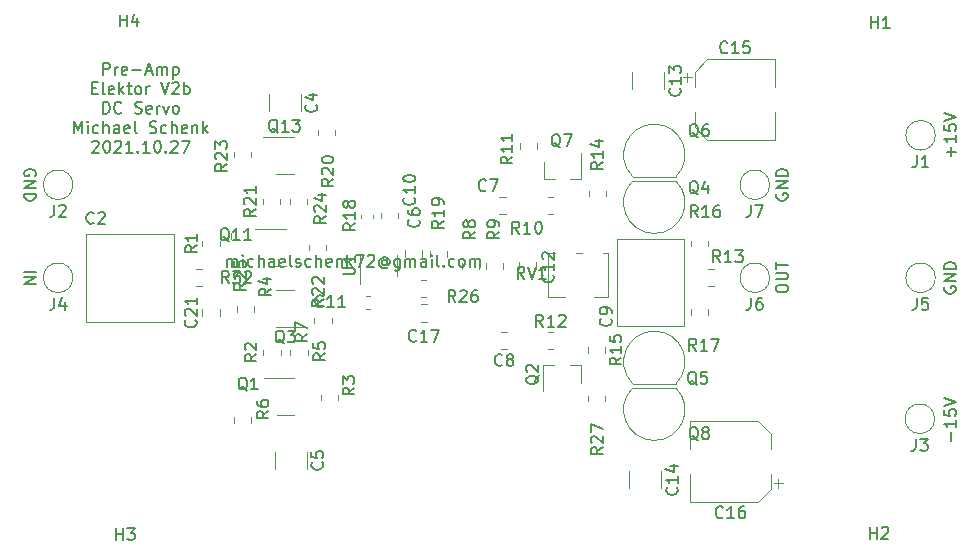
<source format=gbr>
G04 #@! TF.GenerationSoftware,KiCad,Pcbnew,(5.1.10-0-10_14)*
G04 #@! TF.CreationDate,2021-10-31T18:21:36+01:00*
G04 #@! TF.ProjectId,pre-amp-discret,7072652d-616d-4702-9d64-697363726574,rev?*
G04 #@! TF.SameCoordinates,Original*
G04 #@! TF.FileFunction,Legend,Top*
G04 #@! TF.FilePolarity,Positive*
%FSLAX46Y46*%
G04 Gerber Fmt 4.6, Leading zero omitted, Abs format (unit mm)*
G04 Created by KiCad (PCBNEW (5.1.10-0-10_14)) date 2021-10-31 18:21:36*
%MOMM*%
%LPD*%
G01*
G04 APERTURE LIST*
%ADD10C,0.150000*%
%ADD11C,0.120000*%
G04 APERTURE END LIST*
D10*
X200858428Y-135746904D02*
X200858428Y-134985000D01*
X201239380Y-133985000D02*
X201239380Y-134556428D01*
X201239380Y-134270714D02*
X200239380Y-134270714D01*
X200382238Y-134365952D01*
X200477476Y-134461190D01*
X200525095Y-134556428D01*
X200239380Y-133080238D02*
X200239380Y-133556428D01*
X200715571Y-133604047D01*
X200667952Y-133556428D01*
X200620333Y-133461190D01*
X200620333Y-133223095D01*
X200667952Y-133127857D01*
X200715571Y-133080238D01*
X200810809Y-133032619D01*
X201048904Y-133032619D01*
X201144142Y-133080238D01*
X201191761Y-133127857D01*
X201239380Y-133223095D01*
X201239380Y-133461190D01*
X201191761Y-133556428D01*
X201144142Y-133604047D01*
X200239380Y-132746904D02*
X201239380Y-132413571D01*
X200239380Y-132080238D01*
X139526714Y-120975380D02*
X139526714Y-120308714D01*
X139526714Y-120403952D02*
X139574333Y-120356333D01*
X139669571Y-120308714D01*
X139812428Y-120308714D01*
X139907666Y-120356333D01*
X139955285Y-120451571D01*
X139955285Y-120975380D01*
X139955285Y-120451571D02*
X140002904Y-120356333D01*
X140098142Y-120308714D01*
X140241000Y-120308714D01*
X140336238Y-120356333D01*
X140383857Y-120451571D01*
X140383857Y-120975380D01*
X140860047Y-120975380D02*
X140860047Y-120308714D01*
X140860047Y-119975380D02*
X140812428Y-120023000D01*
X140860047Y-120070619D01*
X140907666Y-120023000D01*
X140860047Y-119975380D01*
X140860047Y-120070619D01*
X141764809Y-120927761D02*
X141669571Y-120975380D01*
X141479095Y-120975380D01*
X141383857Y-120927761D01*
X141336238Y-120880142D01*
X141288619Y-120784904D01*
X141288619Y-120499190D01*
X141336238Y-120403952D01*
X141383857Y-120356333D01*
X141479095Y-120308714D01*
X141669571Y-120308714D01*
X141764809Y-120356333D01*
X142193380Y-120975380D02*
X142193380Y-119975380D01*
X142621952Y-120975380D02*
X142621952Y-120451571D01*
X142574333Y-120356333D01*
X142479095Y-120308714D01*
X142336238Y-120308714D01*
X142241000Y-120356333D01*
X142193380Y-120403952D01*
X143526714Y-120975380D02*
X143526714Y-120451571D01*
X143479095Y-120356333D01*
X143383857Y-120308714D01*
X143193380Y-120308714D01*
X143098142Y-120356333D01*
X143526714Y-120927761D02*
X143431476Y-120975380D01*
X143193380Y-120975380D01*
X143098142Y-120927761D01*
X143050523Y-120832523D01*
X143050523Y-120737285D01*
X143098142Y-120642047D01*
X143193380Y-120594428D01*
X143431476Y-120594428D01*
X143526714Y-120546809D01*
X144383857Y-120927761D02*
X144288619Y-120975380D01*
X144098142Y-120975380D01*
X144002904Y-120927761D01*
X143955285Y-120832523D01*
X143955285Y-120451571D01*
X144002904Y-120356333D01*
X144098142Y-120308714D01*
X144288619Y-120308714D01*
X144383857Y-120356333D01*
X144431476Y-120451571D01*
X144431476Y-120546809D01*
X143955285Y-120642047D01*
X145002904Y-120975380D02*
X144907666Y-120927761D01*
X144860047Y-120832523D01*
X144860047Y-119975380D01*
X145336238Y-120927761D02*
X145431476Y-120975380D01*
X145621952Y-120975380D01*
X145717190Y-120927761D01*
X145764809Y-120832523D01*
X145764809Y-120784904D01*
X145717190Y-120689666D01*
X145621952Y-120642047D01*
X145479095Y-120642047D01*
X145383857Y-120594428D01*
X145336238Y-120499190D01*
X145336238Y-120451571D01*
X145383857Y-120356333D01*
X145479095Y-120308714D01*
X145621952Y-120308714D01*
X145717190Y-120356333D01*
X146621952Y-120927761D02*
X146526714Y-120975380D01*
X146336238Y-120975380D01*
X146241000Y-120927761D01*
X146193380Y-120880142D01*
X146145761Y-120784904D01*
X146145761Y-120499190D01*
X146193380Y-120403952D01*
X146241000Y-120356333D01*
X146336238Y-120308714D01*
X146526714Y-120308714D01*
X146621952Y-120356333D01*
X147050523Y-120975380D02*
X147050523Y-119975380D01*
X147479095Y-120975380D02*
X147479095Y-120451571D01*
X147431476Y-120356333D01*
X147336238Y-120308714D01*
X147193380Y-120308714D01*
X147098142Y-120356333D01*
X147050523Y-120403952D01*
X148336238Y-120927761D02*
X148241000Y-120975380D01*
X148050523Y-120975380D01*
X147955285Y-120927761D01*
X147907666Y-120832523D01*
X147907666Y-120451571D01*
X147955285Y-120356333D01*
X148050523Y-120308714D01*
X148241000Y-120308714D01*
X148336238Y-120356333D01*
X148383857Y-120451571D01*
X148383857Y-120546809D01*
X147907666Y-120642047D01*
X148812428Y-120308714D02*
X148812428Y-120975380D01*
X148812428Y-120403952D02*
X148860047Y-120356333D01*
X148955285Y-120308714D01*
X149098142Y-120308714D01*
X149193380Y-120356333D01*
X149241000Y-120451571D01*
X149241000Y-120975380D01*
X149717190Y-120975380D02*
X149717190Y-119975380D01*
X149812428Y-120594428D02*
X150098142Y-120975380D01*
X150098142Y-120308714D02*
X149717190Y-120689666D01*
X150431476Y-119975380D02*
X151098142Y-119975380D01*
X150669571Y-120975380D01*
X151431476Y-120070619D02*
X151479095Y-120023000D01*
X151574333Y-119975380D01*
X151812428Y-119975380D01*
X151907666Y-120023000D01*
X151955285Y-120070619D01*
X152002904Y-120165857D01*
X152002904Y-120261095D01*
X151955285Y-120403952D01*
X151383857Y-120975380D01*
X152002904Y-120975380D01*
X153050523Y-120499190D02*
X153002904Y-120451571D01*
X152907666Y-120403952D01*
X152812428Y-120403952D01*
X152717190Y-120451571D01*
X152669571Y-120499190D01*
X152621952Y-120594428D01*
X152621952Y-120689666D01*
X152669571Y-120784904D01*
X152717190Y-120832523D01*
X152812428Y-120880142D01*
X152907666Y-120880142D01*
X153002904Y-120832523D01*
X153050523Y-120784904D01*
X153050523Y-120403952D02*
X153050523Y-120784904D01*
X153098142Y-120832523D01*
X153145761Y-120832523D01*
X153241000Y-120784904D01*
X153288619Y-120689666D01*
X153288619Y-120451571D01*
X153193380Y-120308714D01*
X153050523Y-120213476D01*
X152860047Y-120165857D01*
X152669571Y-120213476D01*
X152526714Y-120308714D01*
X152431476Y-120451571D01*
X152383857Y-120642047D01*
X152431476Y-120832523D01*
X152526714Y-120975380D01*
X152669571Y-121070619D01*
X152860047Y-121118238D01*
X153050523Y-121070619D01*
X153193380Y-120975380D01*
X154145761Y-120308714D02*
X154145761Y-121118238D01*
X154098142Y-121213476D01*
X154050523Y-121261095D01*
X153955285Y-121308714D01*
X153812428Y-121308714D01*
X153717190Y-121261095D01*
X154145761Y-120927761D02*
X154050523Y-120975380D01*
X153860047Y-120975380D01*
X153764809Y-120927761D01*
X153717190Y-120880142D01*
X153669571Y-120784904D01*
X153669571Y-120499190D01*
X153717190Y-120403952D01*
X153764809Y-120356333D01*
X153860047Y-120308714D01*
X154050523Y-120308714D01*
X154145761Y-120356333D01*
X154621952Y-120975380D02*
X154621952Y-120308714D01*
X154621952Y-120403952D02*
X154669571Y-120356333D01*
X154764809Y-120308714D01*
X154907666Y-120308714D01*
X155002904Y-120356333D01*
X155050523Y-120451571D01*
X155050523Y-120975380D01*
X155050523Y-120451571D02*
X155098142Y-120356333D01*
X155193380Y-120308714D01*
X155336238Y-120308714D01*
X155431476Y-120356333D01*
X155479095Y-120451571D01*
X155479095Y-120975380D01*
X156383857Y-120975380D02*
X156383857Y-120451571D01*
X156336238Y-120356333D01*
X156241000Y-120308714D01*
X156050523Y-120308714D01*
X155955285Y-120356333D01*
X156383857Y-120927761D02*
X156288619Y-120975380D01*
X156050523Y-120975380D01*
X155955285Y-120927761D01*
X155907666Y-120832523D01*
X155907666Y-120737285D01*
X155955285Y-120642047D01*
X156050523Y-120594428D01*
X156288619Y-120594428D01*
X156383857Y-120546809D01*
X156860047Y-120975380D02*
X156860047Y-120308714D01*
X156860047Y-119975380D02*
X156812428Y-120023000D01*
X156860047Y-120070619D01*
X156907666Y-120023000D01*
X156860047Y-119975380D01*
X156860047Y-120070619D01*
X157479095Y-120975380D02*
X157383857Y-120927761D01*
X157336238Y-120832523D01*
X157336238Y-119975380D01*
X157860047Y-120880142D02*
X157907666Y-120927761D01*
X157860047Y-120975380D01*
X157812428Y-120927761D01*
X157860047Y-120880142D01*
X157860047Y-120975380D01*
X158764809Y-120927761D02*
X158669571Y-120975380D01*
X158479095Y-120975380D01*
X158383857Y-120927761D01*
X158336238Y-120880142D01*
X158288619Y-120784904D01*
X158288619Y-120499190D01*
X158336238Y-120403952D01*
X158383857Y-120356333D01*
X158479095Y-120308714D01*
X158669571Y-120308714D01*
X158764809Y-120356333D01*
X159336238Y-120975380D02*
X159241000Y-120927761D01*
X159193380Y-120880142D01*
X159145761Y-120784904D01*
X159145761Y-120499190D01*
X159193380Y-120403952D01*
X159241000Y-120356333D01*
X159336238Y-120308714D01*
X159479095Y-120308714D01*
X159574333Y-120356333D01*
X159621952Y-120403952D01*
X159669571Y-120499190D01*
X159669571Y-120784904D01*
X159621952Y-120880142D01*
X159574333Y-120927761D01*
X159479095Y-120975380D01*
X159336238Y-120975380D01*
X160098142Y-120975380D02*
X160098142Y-120308714D01*
X160098142Y-120403952D02*
X160145761Y-120356333D01*
X160241000Y-120308714D01*
X160383857Y-120308714D01*
X160479095Y-120356333D01*
X160526714Y-120451571D01*
X160526714Y-120975380D01*
X160526714Y-120451571D02*
X160574333Y-120356333D01*
X160669571Y-120308714D01*
X160812428Y-120308714D01*
X160907666Y-120356333D01*
X160955285Y-120451571D01*
X160955285Y-120975380D01*
X129040333Y-104721380D02*
X129040333Y-103721380D01*
X129421285Y-103721380D01*
X129516523Y-103769000D01*
X129564142Y-103816619D01*
X129611761Y-103911857D01*
X129611761Y-104054714D01*
X129564142Y-104149952D01*
X129516523Y-104197571D01*
X129421285Y-104245190D01*
X129040333Y-104245190D01*
X130040333Y-104721380D02*
X130040333Y-104054714D01*
X130040333Y-104245190D02*
X130087952Y-104149952D01*
X130135571Y-104102333D01*
X130230809Y-104054714D01*
X130326047Y-104054714D01*
X131040333Y-104673761D02*
X130945095Y-104721380D01*
X130754619Y-104721380D01*
X130659380Y-104673761D01*
X130611761Y-104578523D01*
X130611761Y-104197571D01*
X130659380Y-104102333D01*
X130754619Y-104054714D01*
X130945095Y-104054714D01*
X131040333Y-104102333D01*
X131087952Y-104197571D01*
X131087952Y-104292809D01*
X130611761Y-104388047D01*
X131516523Y-104340428D02*
X132278428Y-104340428D01*
X132707000Y-104435666D02*
X133183190Y-104435666D01*
X132611761Y-104721380D02*
X132945095Y-103721380D01*
X133278428Y-104721380D01*
X133611761Y-104721380D02*
X133611761Y-104054714D01*
X133611761Y-104149952D02*
X133659380Y-104102333D01*
X133754619Y-104054714D01*
X133897476Y-104054714D01*
X133992714Y-104102333D01*
X134040333Y-104197571D01*
X134040333Y-104721380D01*
X134040333Y-104197571D02*
X134087952Y-104102333D01*
X134183190Y-104054714D01*
X134326047Y-104054714D01*
X134421285Y-104102333D01*
X134468904Y-104197571D01*
X134468904Y-104721380D01*
X134945095Y-104054714D02*
X134945095Y-105054714D01*
X134945095Y-104102333D02*
X135040333Y-104054714D01*
X135230809Y-104054714D01*
X135326047Y-104102333D01*
X135373666Y-104149952D01*
X135421285Y-104245190D01*
X135421285Y-104530904D01*
X135373666Y-104626142D01*
X135326047Y-104673761D01*
X135230809Y-104721380D01*
X135040333Y-104721380D01*
X134945095Y-104673761D01*
X128111761Y-105847571D02*
X128445095Y-105847571D01*
X128587952Y-106371380D02*
X128111761Y-106371380D01*
X128111761Y-105371380D01*
X128587952Y-105371380D01*
X129159380Y-106371380D02*
X129064142Y-106323761D01*
X129016523Y-106228523D01*
X129016523Y-105371380D01*
X129921285Y-106323761D02*
X129826047Y-106371380D01*
X129635571Y-106371380D01*
X129540333Y-106323761D01*
X129492714Y-106228523D01*
X129492714Y-105847571D01*
X129540333Y-105752333D01*
X129635571Y-105704714D01*
X129826047Y-105704714D01*
X129921285Y-105752333D01*
X129968904Y-105847571D01*
X129968904Y-105942809D01*
X129492714Y-106038047D01*
X130397476Y-106371380D02*
X130397476Y-105371380D01*
X130492714Y-105990428D02*
X130778428Y-106371380D01*
X130778428Y-105704714D02*
X130397476Y-106085666D01*
X131064142Y-105704714D02*
X131445095Y-105704714D01*
X131207000Y-105371380D02*
X131207000Y-106228523D01*
X131254619Y-106323761D01*
X131349857Y-106371380D01*
X131445095Y-106371380D01*
X131921285Y-106371380D02*
X131826047Y-106323761D01*
X131778428Y-106276142D01*
X131730809Y-106180904D01*
X131730809Y-105895190D01*
X131778428Y-105799952D01*
X131826047Y-105752333D01*
X131921285Y-105704714D01*
X132064142Y-105704714D01*
X132159380Y-105752333D01*
X132207000Y-105799952D01*
X132254619Y-105895190D01*
X132254619Y-106180904D01*
X132207000Y-106276142D01*
X132159380Y-106323761D01*
X132064142Y-106371380D01*
X131921285Y-106371380D01*
X132683190Y-106371380D02*
X132683190Y-105704714D01*
X132683190Y-105895190D02*
X132730809Y-105799952D01*
X132778428Y-105752333D01*
X132873666Y-105704714D01*
X132968904Y-105704714D01*
X133921285Y-105371380D02*
X134254619Y-106371380D01*
X134587952Y-105371380D01*
X134873666Y-105466619D02*
X134921285Y-105419000D01*
X135016523Y-105371380D01*
X135254619Y-105371380D01*
X135349857Y-105419000D01*
X135397476Y-105466619D01*
X135445095Y-105561857D01*
X135445095Y-105657095D01*
X135397476Y-105799952D01*
X134826047Y-106371380D01*
X135445095Y-106371380D01*
X135873666Y-106371380D02*
X135873666Y-105371380D01*
X135873666Y-105752333D02*
X135968904Y-105704714D01*
X136159380Y-105704714D01*
X136254619Y-105752333D01*
X136302238Y-105799952D01*
X136349857Y-105895190D01*
X136349857Y-106180904D01*
X136302238Y-106276142D01*
X136254619Y-106323761D01*
X136159380Y-106371380D01*
X135968904Y-106371380D01*
X135873666Y-106323761D01*
X129016523Y-108021380D02*
X129016523Y-107021380D01*
X129254619Y-107021380D01*
X129397476Y-107069000D01*
X129492714Y-107164238D01*
X129540333Y-107259476D01*
X129587952Y-107449952D01*
X129587952Y-107592809D01*
X129540333Y-107783285D01*
X129492714Y-107878523D01*
X129397476Y-107973761D01*
X129254619Y-108021380D01*
X129016523Y-108021380D01*
X130587952Y-107926142D02*
X130540333Y-107973761D01*
X130397476Y-108021380D01*
X130302238Y-108021380D01*
X130159380Y-107973761D01*
X130064142Y-107878523D01*
X130016523Y-107783285D01*
X129968904Y-107592809D01*
X129968904Y-107449952D01*
X130016523Y-107259476D01*
X130064142Y-107164238D01*
X130159380Y-107069000D01*
X130302238Y-107021380D01*
X130397476Y-107021380D01*
X130540333Y-107069000D01*
X130587952Y-107116619D01*
X131730809Y-107973761D02*
X131873666Y-108021380D01*
X132111761Y-108021380D01*
X132207000Y-107973761D01*
X132254619Y-107926142D01*
X132302238Y-107830904D01*
X132302238Y-107735666D01*
X132254619Y-107640428D01*
X132207000Y-107592809D01*
X132111761Y-107545190D01*
X131921285Y-107497571D01*
X131826047Y-107449952D01*
X131778428Y-107402333D01*
X131730809Y-107307095D01*
X131730809Y-107211857D01*
X131778428Y-107116619D01*
X131826047Y-107069000D01*
X131921285Y-107021380D01*
X132159380Y-107021380D01*
X132302238Y-107069000D01*
X133111761Y-107973761D02*
X133016523Y-108021380D01*
X132826047Y-108021380D01*
X132730809Y-107973761D01*
X132683190Y-107878523D01*
X132683190Y-107497571D01*
X132730809Y-107402333D01*
X132826047Y-107354714D01*
X133016523Y-107354714D01*
X133111761Y-107402333D01*
X133159380Y-107497571D01*
X133159380Y-107592809D01*
X132683190Y-107688047D01*
X133587952Y-108021380D02*
X133587952Y-107354714D01*
X133587952Y-107545190D02*
X133635571Y-107449952D01*
X133683190Y-107402333D01*
X133778428Y-107354714D01*
X133873666Y-107354714D01*
X134111761Y-107354714D02*
X134349857Y-108021380D01*
X134587952Y-107354714D01*
X135111761Y-108021380D02*
X135016523Y-107973761D01*
X134968904Y-107926142D01*
X134921285Y-107830904D01*
X134921285Y-107545190D01*
X134968904Y-107449952D01*
X135016523Y-107402333D01*
X135111761Y-107354714D01*
X135254619Y-107354714D01*
X135349857Y-107402333D01*
X135397476Y-107449952D01*
X135445095Y-107545190D01*
X135445095Y-107830904D01*
X135397476Y-107926142D01*
X135349857Y-107973761D01*
X135254619Y-108021380D01*
X135111761Y-108021380D01*
X126587952Y-109671380D02*
X126587952Y-108671380D01*
X126921285Y-109385666D01*
X127254619Y-108671380D01*
X127254619Y-109671380D01*
X127730809Y-109671380D02*
X127730809Y-109004714D01*
X127730809Y-108671380D02*
X127683190Y-108719000D01*
X127730809Y-108766619D01*
X127778428Y-108719000D01*
X127730809Y-108671380D01*
X127730809Y-108766619D01*
X128635571Y-109623761D02*
X128540333Y-109671380D01*
X128349857Y-109671380D01*
X128254619Y-109623761D01*
X128207000Y-109576142D01*
X128159380Y-109480904D01*
X128159380Y-109195190D01*
X128207000Y-109099952D01*
X128254619Y-109052333D01*
X128349857Y-109004714D01*
X128540333Y-109004714D01*
X128635571Y-109052333D01*
X129064142Y-109671380D02*
X129064142Y-108671380D01*
X129492714Y-109671380D02*
X129492714Y-109147571D01*
X129445095Y-109052333D01*
X129349857Y-109004714D01*
X129207000Y-109004714D01*
X129111761Y-109052333D01*
X129064142Y-109099952D01*
X130397476Y-109671380D02*
X130397476Y-109147571D01*
X130349857Y-109052333D01*
X130254619Y-109004714D01*
X130064142Y-109004714D01*
X129968904Y-109052333D01*
X130397476Y-109623761D02*
X130302238Y-109671380D01*
X130064142Y-109671380D01*
X129968904Y-109623761D01*
X129921285Y-109528523D01*
X129921285Y-109433285D01*
X129968904Y-109338047D01*
X130064142Y-109290428D01*
X130302238Y-109290428D01*
X130397476Y-109242809D01*
X131254619Y-109623761D02*
X131159380Y-109671380D01*
X130968904Y-109671380D01*
X130873666Y-109623761D01*
X130826047Y-109528523D01*
X130826047Y-109147571D01*
X130873666Y-109052333D01*
X130968904Y-109004714D01*
X131159380Y-109004714D01*
X131254619Y-109052333D01*
X131302238Y-109147571D01*
X131302238Y-109242809D01*
X130826047Y-109338047D01*
X131873666Y-109671380D02*
X131778428Y-109623761D01*
X131730809Y-109528523D01*
X131730809Y-108671380D01*
X132968904Y-109623761D02*
X133111761Y-109671380D01*
X133349857Y-109671380D01*
X133445095Y-109623761D01*
X133492714Y-109576142D01*
X133540333Y-109480904D01*
X133540333Y-109385666D01*
X133492714Y-109290428D01*
X133445095Y-109242809D01*
X133349857Y-109195190D01*
X133159380Y-109147571D01*
X133064142Y-109099952D01*
X133016523Y-109052333D01*
X132968904Y-108957095D01*
X132968904Y-108861857D01*
X133016523Y-108766619D01*
X133064142Y-108719000D01*
X133159380Y-108671380D01*
X133397476Y-108671380D01*
X133540333Y-108719000D01*
X134397476Y-109623761D02*
X134302238Y-109671380D01*
X134111761Y-109671380D01*
X134016523Y-109623761D01*
X133968904Y-109576142D01*
X133921285Y-109480904D01*
X133921285Y-109195190D01*
X133968904Y-109099952D01*
X134016523Y-109052333D01*
X134111761Y-109004714D01*
X134302238Y-109004714D01*
X134397476Y-109052333D01*
X134826047Y-109671380D02*
X134826047Y-108671380D01*
X135254619Y-109671380D02*
X135254619Y-109147571D01*
X135207000Y-109052333D01*
X135111761Y-109004714D01*
X134968904Y-109004714D01*
X134873666Y-109052333D01*
X134826047Y-109099952D01*
X136111761Y-109623761D02*
X136016523Y-109671380D01*
X135826047Y-109671380D01*
X135730809Y-109623761D01*
X135683190Y-109528523D01*
X135683190Y-109147571D01*
X135730809Y-109052333D01*
X135826047Y-109004714D01*
X136016523Y-109004714D01*
X136111761Y-109052333D01*
X136159380Y-109147571D01*
X136159380Y-109242809D01*
X135683190Y-109338047D01*
X136587952Y-109004714D02*
X136587952Y-109671380D01*
X136587952Y-109099952D02*
X136635571Y-109052333D01*
X136730809Y-109004714D01*
X136873666Y-109004714D01*
X136968904Y-109052333D01*
X137016523Y-109147571D01*
X137016523Y-109671380D01*
X137492714Y-109671380D02*
X137492714Y-108671380D01*
X137587952Y-109290428D02*
X137873666Y-109671380D01*
X137873666Y-109004714D02*
X137492714Y-109385666D01*
X128111761Y-110416619D02*
X128159380Y-110369000D01*
X128254619Y-110321380D01*
X128492714Y-110321380D01*
X128587952Y-110369000D01*
X128635571Y-110416619D01*
X128683190Y-110511857D01*
X128683190Y-110607095D01*
X128635571Y-110749952D01*
X128064142Y-111321380D01*
X128683190Y-111321380D01*
X129302238Y-110321380D02*
X129397476Y-110321380D01*
X129492714Y-110369000D01*
X129540333Y-110416619D01*
X129587952Y-110511857D01*
X129635571Y-110702333D01*
X129635571Y-110940428D01*
X129587952Y-111130904D01*
X129540333Y-111226142D01*
X129492714Y-111273761D01*
X129397476Y-111321380D01*
X129302238Y-111321380D01*
X129207000Y-111273761D01*
X129159380Y-111226142D01*
X129111761Y-111130904D01*
X129064142Y-110940428D01*
X129064142Y-110702333D01*
X129111761Y-110511857D01*
X129159380Y-110416619D01*
X129207000Y-110369000D01*
X129302238Y-110321380D01*
X130016523Y-110416619D02*
X130064142Y-110369000D01*
X130159380Y-110321380D01*
X130397476Y-110321380D01*
X130492714Y-110369000D01*
X130540333Y-110416619D01*
X130587952Y-110511857D01*
X130587952Y-110607095D01*
X130540333Y-110749952D01*
X129968904Y-111321380D01*
X130587952Y-111321380D01*
X131540333Y-111321380D02*
X130968904Y-111321380D01*
X131254619Y-111321380D02*
X131254619Y-110321380D01*
X131159380Y-110464238D01*
X131064142Y-110559476D01*
X130968904Y-110607095D01*
X131968904Y-111226142D02*
X132016523Y-111273761D01*
X131968904Y-111321380D01*
X131921285Y-111273761D01*
X131968904Y-111226142D01*
X131968904Y-111321380D01*
X132968904Y-111321380D02*
X132397476Y-111321380D01*
X132683190Y-111321380D02*
X132683190Y-110321380D01*
X132587952Y-110464238D01*
X132492714Y-110559476D01*
X132397476Y-110607095D01*
X133587952Y-110321380D02*
X133683190Y-110321380D01*
X133778428Y-110369000D01*
X133826047Y-110416619D01*
X133873666Y-110511857D01*
X133921285Y-110702333D01*
X133921285Y-110940428D01*
X133873666Y-111130904D01*
X133826047Y-111226142D01*
X133778428Y-111273761D01*
X133683190Y-111321380D01*
X133587952Y-111321380D01*
X133492714Y-111273761D01*
X133445095Y-111226142D01*
X133397476Y-111130904D01*
X133349857Y-110940428D01*
X133349857Y-110702333D01*
X133397476Y-110511857D01*
X133445095Y-110416619D01*
X133492714Y-110369000D01*
X133587952Y-110321380D01*
X134349857Y-111226142D02*
X134397476Y-111273761D01*
X134349857Y-111321380D01*
X134302238Y-111273761D01*
X134349857Y-111226142D01*
X134349857Y-111321380D01*
X134778428Y-110416619D02*
X134826047Y-110369000D01*
X134921285Y-110321380D01*
X135159380Y-110321380D01*
X135254619Y-110369000D01*
X135302238Y-110416619D01*
X135349857Y-110511857D01*
X135349857Y-110607095D01*
X135302238Y-110749952D01*
X134730809Y-111321380D01*
X135349857Y-111321380D01*
X135683190Y-110321380D02*
X136349857Y-110321380D01*
X135921285Y-111321380D01*
X186063000Y-114807904D02*
X186015380Y-114903142D01*
X186015380Y-115046000D01*
X186063000Y-115188857D01*
X186158238Y-115284095D01*
X186253476Y-115331714D01*
X186443952Y-115379333D01*
X186586809Y-115379333D01*
X186777285Y-115331714D01*
X186872523Y-115284095D01*
X186967761Y-115188857D01*
X187015380Y-115046000D01*
X187015380Y-114950761D01*
X186967761Y-114807904D01*
X186920142Y-114760285D01*
X186586809Y-114760285D01*
X186586809Y-114950761D01*
X187015380Y-114331714D02*
X186015380Y-114331714D01*
X187015380Y-113760285D01*
X186015380Y-113760285D01*
X187015380Y-113284095D02*
X186015380Y-113284095D01*
X186015380Y-113046000D01*
X186063000Y-112903142D01*
X186158238Y-112807904D01*
X186253476Y-112760285D01*
X186443952Y-112712666D01*
X186586809Y-112712666D01*
X186777285Y-112760285D01*
X186872523Y-112807904D01*
X186967761Y-112903142D01*
X187015380Y-113046000D01*
X187015380Y-113284095D01*
X186015380Y-122920000D02*
X186015380Y-122729523D01*
X186063000Y-122634285D01*
X186158238Y-122539047D01*
X186348714Y-122491428D01*
X186682047Y-122491428D01*
X186872523Y-122539047D01*
X186967761Y-122634285D01*
X187015380Y-122729523D01*
X187015380Y-122920000D01*
X186967761Y-123015238D01*
X186872523Y-123110476D01*
X186682047Y-123158095D01*
X186348714Y-123158095D01*
X186158238Y-123110476D01*
X186063000Y-123015238D01*
X186015380Y-122920000D01*
X186015380Y-122062857D02*
X186824904Y-122062857D01*
X186920142Y-122015238D01*
X186967761Y-121967619D01*
X187015380Y-121872380D01*
X187015380Y-121681904D01*
X186967761Y-121586666D01*
X186920142Y-121539047D01*
X186824904Y-121491428D01*
X186015380Y-121491428D01*
X186015380Y-121158095D02*
X186015380Y-120586666D01*
X187015380Y-120872380D02*
X186015380Y-120872380D01*
X123309000Y-113284095D02*
X123356619Y-113188857D01*
X123356619Y-113046000D01*
X123309000Y-112903142D01*
X123213761Y-112807904D01*
X123118523Y-112760285D01*
X122928047Y-112712666D01*
X122785190Y-112712666D01*
X122594714Y-112760285D01*
X122499476Y-112807904D01*
X122404238Y-112903142D01*
X122356619Y-113046000D01*
X122356619Y-113141238D01*
X122404238Y-113284095D01*
X122451857Y-113331714D01*
X122785190Y-113331714D01*
X122785190Y-113141238D01*
X122356619Y-113760285D02*
X123356619Y-113760285D01*
X122356619Y-114331714D01*
X123356619Y-114331714D01*
X122356619Y-114807904D02*
X123356619Y-114807904D01*
X123356619Y-115046000D01*
X123309000Y-115188857D01*
X123213761Y-115284095D01*
X123118523Y-115331714D01*
X122928047Y-115379333D01*
X122785190Y-115379333D01*
X122594714Y-115331714D01*
X122499476Y-115284095D01*
X122404238Y-115188857D01*
X122356619Y-115046000D01*
X122356619Y-114807904D01*
X122356619Y-121396190D02*
X123356619Y-121396190D01*
X122356619Y-121872380D02*
X123356619Y-121872380D01*
X122356619Y-122443809D01*
X123356619Y-122443809D01*
X200287000Y-122681904D02*
X200239380Y-122777142D01*
X200239380Y-122920000D01*
X200287000Y-123062857D01*
X200382238Y-123158095D01*
X200477476Y-123205714D01*
X200667952Y-123253333D01*
X200810809Y-123253333D01*
X201001285Y-123205714D01*
X201096523Y-123158095D01*
X201191761Y-123062857D01*
X201239380Y-122920000D01*
X201239380Y-122824761D01*
X201191761Y-122681904D01*
X201144142Y-122634285D01*
X200810809Y-122634285D01*
X200810809Y-122824761D01*
X201239380Y-122205714D02*
X200239380Y-122205714D01*
X201239380Y-121634285D01*
X200239380Y-121634285D01*
X201239380Y-121158095D02*
X200239380Y-121158095D01*
X200239380Y-120920000D01*
X200287000Y-120777142D01*
X200382238Y-120681904D01*
X200477476Y-120634285D01*
X200667952Y-120586666D01*
X200810809Y-120586666D01*
X201001285Y-120634285D01*
X201096523Y-120681904D01*
X201191761Y-120777142D01*
X201239380Y-120920000D01*
X201239380Y-121158095D01*
X200858428Y-111616904D02*
X200858428Y-110855000D01*
X201239380Y-111235952D02*
X200477476Y-111235952D01*
X201239380Y-109855000D02*
X201239380Y-110426428D01*
X201239380Y-110140714D02*
X200239380Y-110140714D01*
X200382238Y-110235952D01*
X200477476Y-110331190D01*
X200525095Y-110426428D01*
X200239380Y-108950238D02*
X200239380Y-109426428D01*
X200715571Y-109474047D01*
X200667952Y-109426428D01*
X200620333Y-109331190D01*
X200620333Y-109093095D01*
X200667952Y-108997857D01*
X200715571Y-108950238D01*
X200810809Y-108902619D01*
X201048904Y-108902619D01*
X201144142Y-108950238D01*
X201191761Y-108997857D01*
X201239380Y-109093095D01*
X201239380Y-109331190D01*
X201191761Y-109426428D01*
X201144142Y-109474047D01*
X200239380Y-108616904D02*
X201239380Y-108283571D01*
X200239380Y-107950238D01*
D11*
X178741000Y-134067500D02*
X178741000Y-136417500D01*
X178741000Y-140887500D02*
X178741000Y-138537500D01*
X184496563Y-140887500D02*
X178741000Y-140887500D01*
X184496563Y-134067500D02*
X178741000Y-134067500D01*
X185561000Y-135131937D02*
X185561000Y-136417500D01*
X185561000Y-139823063D02*
X185561000Y-138537500D01*
X185561000Y-139823063D02*
X184496563Y-140887500D01*
X185561000Y-135131937D02*
X184496563Y-134067500D01*
X186588500Y-139325000D02*
X185801000Y-139325000D01*
X186194750Y-139718750D02*
X186194750Y-138931250D01*
X185942000Y-110217000D02*
X185942000Y-107867000D01*
X185942000Y-103397000D02*
X185942000Y-105747000D01*
X180186437Y-103397000D02*
X185942000Y-103397000D01*
X180186437Y-110217000D02*
X185942000Y-110217000D01*
X179122000Y-109152563D02*
X179122000Y-107867000D01*
X179122000Y-104461437D02*
X179122000Y-105747000D01*
X179122000Y-104461437D02*
X180186437Y-103397000D01*
X179122000Y-109152563D02*
X180186437Y-110217000D01*
X178094500Y-104959500D02*
X178882000Y-104959500D01*
X178488250Y-104565750D02*
X178488250Y-105353250D01*
X176302500Y-138315248D02*
X176302500Y-139737752D01*
X173582500Y-138315248D02*
X173582500Y-139737752D01*
X176556500Y-104533248D02*
X176556500Y-105955752D01*
X173836500Y-104533248D02*
X173836500Y-105955752D01*
X146267000Y-136664248D02*
X146267000Y-138086752D01*
X143547000Y-136664248D02*
X143547000Y-138086752D01*
X145759000Y-106388248D02*
X145759000Y-107810752D01*
X143039000Y-106388248D02*
X143039000Y-107810752D01*
X150824000Y-119984000D02*
X150824000Y-122414000D01*
X153894000Y-121744000D02*
X153894000Y-119984000D01*
X156389564Y-122074000D02*
X155935436Y-122074000D01*
X156389564Y-123544000D02*
X155935436Y-123544000D01*
X158151500Y-120131064D02*
X158151500Y-119676936D01*
X156681500Y-120131064D02*
X156681500Y-119676936D01*
X154024000Y-116892564D02*
X154024000Y-116438436D01*
X152554000Y-116892564D02*
X152554000Y-116438436D01*
X156449752Y-124169500D02*
X155927248Y-124169500D01*
X156449752Y-125639500D02*
X155927248Y-125639500D01*
X151327733Y-124525500D02*
X151620267Y-124525500D01*
X151327733Y-123505500D02*
X151620267Y-123505500D01*
X150874000Y-116593233D02*
X150874000Y-116885767D01*
X151894000Y-116593233D02*
X151894000Y-116885767D01*
X156056000Y-120127752D02*
X156056000Y-119605248D01*
X154586000Y-120127752D02*
X154586000Y-119605248D01*
X171767500Y-119806000D02*
X171767500Y-123546000D01*
X166727500Y-119806000D02*
X166727500Y-123546000D01*
X170587500Y-123546000D02*
X171767500Y-123546000D01*
X166727500Y-123546000D02*
X168107500Y-123546000D01*
X169087500Y-119806000D02*
X169607500Y-119806000D01*
X166727500Y-119806000D02*
X167308500Y-119806000D01*
X171387500Y-119806000D02*
X171767500Y-119806000D01*
X137441000Y-119242064D02*
X137441000Y-118787936D01*
X138911000Y-119242064D02*
X138911000Y-118787936D01*
X137387064Y-122655000D02*
X136932936Y-122655000D01*
X137387064Y-121185000D02*
X136932936Y-121185000D01*
X137441000Y-125123752D02*
X137441000Y-124601248D01*
X138911000Y-125123752D02*
X138911000Y-124601248D01*
X148944000Y-131836936D02*
X148944000Y-132291064D01*
X147474000Y-131836936D02*
X147474000Y-132291064D01*
X160882000Y-120692936D02*
X160882000Y-121147064D01*
X159412000Y-120692936D02*
X159412000Y-121147064D01*
X163244252Y-126519000D02*
X162721748Y-126519000D01*
X163244252Y-127989000D02*
X162721748Y-127989000D01*
X162594748Y-116559000D02*
X163117252Y-116559000D01*
X162594748Y-115089000D02*
X163117252Y-115089000D01*
X172517000Y-126044500D02*
X172517000Y-118604500D01*
X178257000Y-126044500D02*
X178257000Y-118604500D01*
X172517000Y-126044500D02*
X178257000Y-126044500D01*
X172517000Y-118604500D02*
X178257000Y-118604500D01*
X180249500Y-124597936D02*
X180249500Y-125052064D01*
X178779500Y-124597936D02*
X178779500Y-125052064D01*
X180249500Y-118787936D02*
X180249500Y-119242064D01*
X178779500Y-118787936D02*
X178779500Y-119242064D01*
X171550000Y-127804936D02*
X171550000Y-128259064D01*
X170080000Y-127804936D02*
X170080000Y-128259064D01*
X171613500Y-114564936D02*
X171613500Y-115019064D01*
X170143500Y-114564936D02*
X170143500Y-115019064D01*
X166698436Y-126519000D02*
X167152564Y-126519000D01*
X166698436Y-127989000D02*
X167152564Y-127989000D01*
X167152564Y-116559000D02*
X166698436Y-116559000D01*
X167152564Y-115089000D02*
X166698436Y-115089000D01*
X177504500Y-131246000D02*
X173904500Y-131246000D01*
X177542978Y-131257522D02*
G75*
G02*
X175704500Y-135696000I-1838478J-1838478D01*
G01*
X173866022Y-131257522D02*
G75*
G03*
X175704500Y-135696000I1838478J-1838478D01*
G01*
X173904500Y-113356000D02*
X177504500Y-113356000D01*
X173866022Y-113344478D02*
G75*
G02*
X175704500Y-108906000I1838478J1838478D01*
G01*
X177542978Y-113344478D02*
G75*
G03*
X175704500Y-108906000I-1838478J1838478D01*
G01*
X173904500Y-130882000D02*
X177504500Y-130882000D01*
X173866022Y-130870478D02*
G75*
G02*
X175704500Y-126432000I1838478J1838478D01*
G01*
X177542978Y-130870478D02*
G75*
G03*
X175704500Y-126432000I-1838478J1838478D01*
G01*
X177504500Y-113720000D02*
X173904500Y-113720000D01*
X177542978Y-113731522D02*
G75*
G02*
X175704500Y-118170000I-1838478J-1838478D01*
G01*
X173866022Y-113731522D02*
G75*
G03*
X175704500Y-118170000I1838478J-1838478D01*
G01*
X169474000Y-129335500D02*
X168544000Y-129335500D01*
X166314000Y-129335500D02*
X167244000Y-129335500D01*
X166314000Y-129335500D02*
X166314000Y-131495500D01*
X169474000Y-129335500D02*
X169474000Y-130795500D01*
X144468000Y-133510500D02*
X145218000Y-133510500D01*
X144468000Y-133510500D02*
X143718000Y-133510500D01*
X144468000Y-130390500D02*
X145218000Y-130390500D01*
X144468000Y-130390500D02*
X142618000Y-130390500D01*
X144457000Y-122973700D02*
X143707000Y-122973700D01*
X144457000Y-122973700D02*
X145207000Y-122973700D01*
X144457000Y-126093700D02*
X143707000Y-126093700D01*
X144457000Y-126093700D02*
X146307000Y-126093700D01*
X144444300Y-113106600D02*
X145194300Y-113106600D01*
X144444300Y-113106600D02*
X143694300Y-113106600D01*
X144444300Y-109986600D02*
X145194300Y-109986600D01*
X144444300Y-109986600D02*
X142594300Y-109986600D01*
X143758500Y-120942500D02*
X144508500Y-120942500D01*
X143758500Y-120942500D02*
X143008500Y-120942500D01*
X143758500Y-117822500D02*
X144508500Y-117822500D01*
X143758500Y-117822500D02*
X141908500Y-117822500D01*
X180741564Y-121185000D02*
X180287436Y-121185000D01*
X180741564Y-122655000D02*
X180287436Y-122655000D01*
X171550000Y-131900436D02*
X171550000Y-132354564D01*
X170080000Y-131900436D02*
X170080000Y-132354564D01*
X139854000Y-118152936D02*
X139854000Y-118607064D01*
X141324000Y-118152936D02*
X141324000Y-118607064D01*
X144857800Y-115219236D02*
X144857800Y-115673364D01*
X146327800Y-115219236D02*
X146327800Y-115673364D01*
X140108000Y-111262936D02*
X140108000Y-111717064D01*
X141578000Y-111262936D02*
X141578000Y-111717064D01*
X146458000Y-119105436D02*
X146458000Y-119559564D01*
X147928000Y-119105436D02*
X147928000Y-119559564D01*
X142559100Y-115231936D02*
X142559100Y-115686064D01*
X144029100Y-115231936D02*
X144029100Y-115686064D01*
X147220000Y-109389936D02*
X147220000Y-109844064D01*
X148690000Y-109389936D02*
X148690000Y-109844064D01*
X185464500Y-114046000D02*
G75*
G03*
X185464500Y-114046000I-1251000J0D01*
G01*
X185464500Y-121920000D02*
G75*
G03*
X185464500Y-121920000I-1251000J0D01*
G01*
X199498000Y-121920000D02*
G75*
G03*
X199498000Y-121920000I-1251000J0D01*
G01*
X126473000Y-121920000D02*
G75*
G03*
X126473000Y-121920000I-1251000J0D01*
G01*
X199434500Y-133858000D02*
G75*
G03*
X199434500Y-133858000I-1251000J0D01*
G01*
X126473000Y-114046000D02*
G75*
G03*
X126473000Y-114046000I-1251000J0D01*
G01*
X199498000Y-109855000D02*
G75*
G03*
X199498000Y-109855000I-1251000J0D01*
G01*
X141832000Y-124343936D02*
X141832000Y-124798064D01*
X140362000Y-124343936D02*
X140362000Y-124798064D01*
X165708000Y-121143752D02*
X165708000Y-120621248D01*
X164238000Y-121143752D02*
X164238000Y-120621248D01*
X164301500Y-110532936D02*
X164301500Y-110987064D01*
X165771500Y-110532936D02*
X165771500Y-110987064D01*
X161444000Y-121147064D02*
X161444000Y-120692936D01*
X162914000Y-121147064D02*
X162914000Y-120692936D01*
X148372500Y-125296436D02*
X148372500Y-125750564D01*
X146902500Y-125296436D02*
X146902500Y-125750564D01*
X141578000Y-133741936D02*
X141578000Y-134196064D01*
X140108000Y-133741936D02*
X140108000Y-134196064D01*
X146340500Y-127995436D02*
X146340500Y-128449564D01*
X144870500Y-127995436D02*
X144870500Y-128449564D01*
X144054500Y-127995436D02*
X144054500Y-128449564D01*
X142584500Y-127995436D02*
X142584500Y-128449564D01*
X166377500Y-113552000D02*
X166377500Y-112092000D01*
X169537500Y-113552000D02*
X169537500Y-111392000D01*
X169537500Y-113552000D02*
X168607500Y-113552000D01*
X166377500Y-113552000D02*
X167307500Y-113552000D01*
X134998000Y-125640000D02*
X127558000Y-125640000D01*
X134998000Y-118200000D02*
X127558000Y-118200000D01*
X134998000Y-125640000D02*
X134998000Y-118200000D01*
X127558000Y-125640000D02*
X127558000Y-118200000D01*
D10*
X181508142Y-142184642D02*
X181460523Y-142232261D01*
X181317666Y-142279880D01*
X181222428Y-142279880D01*
X181079571Y-142232261D01*
X180984333Y-142137023D01*
X180936714Y-142041785D01*
X180889095Y-141851309D01*
X180889095Y-141708452D01*
X180936714Y-141517976D01*
X180984333Y-141422738D01*
X181079571Y-141327500D01*
X181222428Y-141279880D01*
X181317666Y-141279880D01*
X181460523Y-141327500D01*
X181508142Y-141375119D01*
X182460523Y-142279880D02*
X181889095Y-142279880D01*
X182174809Y-142279880D02*
X182174809Y-141279880D01*
X182079571Y-141422738D01*
X181984333Y-141517976D01*
X181889095Y-141565595D01*
X183317666Y-141279880D02*
X183127190Y-141279880D01*
X183031952Y-141327500D01*
X182984333Y-141375119D01*
X182889095Y-141517976D01*
X182841476Y-141708452D01*
X182841476Y-142089404D01*
X182889095Y-142184642D01*
X182936714Y-142232261D01*
X183031952Y-142279880D01*
X183222428Y-142279880D01*
X183317666Y-142232261D01*
X183365285Y-142184642D01*
X183412904Y-142089404D01*
X183412904Y-141851309D01*
X183365285Y-141756071D01*
X183317666Y-141708452D01*
X183222428Y-141660833D01*
X183031952Y-141660833D01*
X182936714Y-141708452D01*
X182889095Y-141756071D01*
X182841476Y-141851309D01*
X181889142Y-102814142D02*
X181841523Y-102861761D01*
X181698666Y-102909380D01*
X181603428Y-102909380D01*
X181460571Y-102861761D01*
X181365333Y-102766523D01*
X181317714Y-102671285D01*
X181270095Y-102480809D01*
X181270095Y-102337952D01*
X181317714Y-102147476D01*
X181365333Y-102052238D01*
X181460571Y-101957000D01*
X181603428Y-101909380D01*
X181698666Y-101909380D01*
X181841523Y-101957000D01*
X181889142Y-102004619D01*
X182841523Y-102909380D02*
X182270095Y-102909380D01*
X182555809Y-102909380D02*
X182555809Y-101909380D01*
X182460571Y-102052238D01*
X182365333Y-102147476D01*
X182270095Y-102195095D01*
X183746285Y-101909380D02*
X183270095Y-101909380D01*
X183222476Y-102385571D01*
X183270095Y-102337952D01*
X183365333Y-102290333D01*
X183603428Y-102290333D01*
X183698666Y-102337952D01*
X183746285Y-102385571D01*
X183793904Y-102480809D01*
X183793904Y-102718904D01*
X183746285Y-102814142D01*
X183698666Y-102861761D01*
X183603428Y-102909380D01*
X183365333Y-102909380D01*
X183270095Y-102861761D01*
X183222476Y-102814142D01*
X177599642Y-139669357D02*
X177647261Y-139716976D01*
X177694880Y-139859833D01*
X177694880Y-139955071D01*
X177647261Y-140097928D01*
X177552023Y-140193166D01*
X177456785Y-140240785D01*
X177266309Y-140288404D01*
X177123452Y-140288404D01*
X176932976Y-140240785D01*
X176837738Y-140193166D01*
X176742500Y-140097928D01*
X176694880Y-139955071D01*
X176694880Y-139859833D01*
X176742500Y-139716976D01*
X176790119Y-139669357D01*
X177694880Y-138716976D02*
X177694880Y-139288404D01*
X177694880Y-139002690D02*
X176694880Y-139002690D01*
X176837738Y-139097928D01*
X176932976Y-139193166D01*
X176980595Y-139288404D01*
X177028214Y-137859833D02*
X177694880Y-137859833D01*
X176647261Y-138097928D02*
X177361547Y-138336023D01*
X177361547Y-137716976D01*
X177853642Y-105887357D02*
X177901261Y-105934976D01*
X177948880Y-106077833D01*
X177948880Y-106173071D01*
X177901261Y-106315928D01*
X177806023Y-106411166D01*
X177710785Y-106458785D01*
X177520309Y-106506404D01*
X177377452Y-106506404D01*
X177186976Y-106458785D01*
X177091738Y-106411166D01*
X176996500Y-106315928D01*
X176948880Y-106173071D01*
X176948880Y-106077833D01*
X176996500Y-105934976D01*
X177044119Y-105887357D01*
X177948880Y-104934976D02*
X177948880Y-105506404D01*
X177948880Y-105220690D02*
X176948880Y-105220690D01*
X177091738Y-105315928D01*
X177186976Y-105411166D01*
X177234595Y-105506404D01*
X176948880Y-104601642D02*
X176948880Y-103982595D01*
X177329833Y-104315928D01*
X177329833Y-104173071D01*
X177377452Y-104077833D01*
X177425071Y-104030214D01*
X177520309Y-103982595D01*
X177758404Y-103982595D01*
X177853642Y-104030214D01*
X177901261Y-104077833D01*
X177948880Y-104173071D01*
X177948880Y-104458785D01*
X177901261Y-104554023D01*
X177853642Y-104601642D01*
X147564142Y-137542166D02*
X147611761Y-137589785D01*
X147659380Y-137732642D01*
X147659380Y-137827880D01*
X147611761Y-137970738D01*
X147516523Y-138065976D01*
X147421285Y-138113595D01*
X147230809Y-138161214D01*
X147087952Y-138161214D01*
X146897476Y-138113595D01*
X146802238Y-138065976D01*
X146707000Y-137970738D01*
X146659380Y-137827880D01*
X146659380Y-137732642D01*
X146707000Y-137589785D01*
X146754619Y-137542166D01*
X146659380Y-136637404D02*
X146659380Y-137113595D01*
X147135571Y-137161214D01*
X147087952Y-137113595D01*
X147040333Y-137018357D01*
X147040333Y-136780261D01*
X147087952Y-136685023D01*
X147135571Y-136637404D01*
X147230809Y-136589785D01*
X147468904Y-136589785D01*
X147564142Y-136637404D01*
X147611761Y-136685023D01*
X147659380Y-136780261D01*
X147659380Y-137018357D01*
X147611761Y-137113595D01*
X147564142Y-137161214D01*
X147056142Y-107266166D02*
X147103761Y-107313785D01*
X147151380Y-107456642D01*
X147151380Y-107551880D01*
X147103761Y-107694738D01*
X147008523Y-107789976D01*
X146913285Y-107837595D01*
X146722809Y-107885214D01*
X146579952Y-107885214D01*
X146389476Y-107837595D01*
X146294238Y-107789976D01*
X146199000Y-107694738D01*
X146151380Y-107551880D01*
X146151380Y-107456642D01*
X146199000Y-107313785D01*
X146246619Y-107266166D01*
X146484714Y-106409023D02*
X147151380Y-106409023D01*
X146103761Y-106647119D02*
X146818047Y-106885214D01*
X146818047Y-106266166D01*
X149336380Y-121625904D02*
X150145904Y-121625904D01*
X150241142Y-121578285D01*
X150288761Y-121530666D01*
X150336380Y-121435428D01*
X150336380Y-121244952D01*
X150288761Y-121149714D01*
X150241142Y-121102095D01*
X150145904Y-121054476D01*
X149336380Y-121054476D01*
X150336380Y-120054476D02*
X150336380Y-120625904D01*
X150336380Y-120340190D02*
X149336380Y-120340190D01*
X149479238Y-120435428D01*
X149574476Y-120530666D01*
X149622095Y-120625904D01*
X158869142Y-123959880D02*
X158535809Y-123483690D01*
X158297714Y-123959880D02*
X158297714Y-122959880D01*
X158678666Y-122959880D01*
X158773904Y-123007500D01*
X158821523Y-123055119D01*
X158869142Y-123150357D01*
X158869142Y-123293214D01*
X158821523Y-123388452D01*
X158773904Y-123436071D01*
X158678666Y-123483690D01*
X158297714Y-123483690D01*
X159250095Y-123055119D02*
X159297714Y-123007500D01*
X159392952Y-122959880D01*
X159631047Y-122959880D01*
X159726285Y-123007500D01*
X159773904Y-123055119D01*
X159821523Y-123150357D01*
X159821523Y-123245595D01*
X159773904Y-123388452D01*
X159202476Y-123959880D01*
X159821523Y-123959880D01*
X160678666Y-122959880D02*
X160488190Y-122959880D01*
X160392952Y-123007500D01*
X160345333Y-123055119D01*
X160250095Y-123197976D01*
X160202476Y-123388452D01*
X160202476Y-123769404D01*
X160250095Y-123864642D01*
X160297714Y-123912261D01*
X160392952Y-123959880D01*
X160583428Y-123959880D01*
X160678666Y-123912261D01*
X160726285Y-123864642D01*
X160773904Y-123769404D01*
X160773904Y-123531309D01*
X160726285Y-123436071D01*
X160678666Y-123388452D01*
X160583428Y-123340833D01*
X160392952Y-123340833D01*
X160297714Y-123388452D01*
X160250095Y-123436071D01*
X160202476Y-123531309D01*
X157868880Y-117101857D02*
X157392690Y-117435190D01*
X157868880Y-117673285D02*
X156868880Y-117673285D01*
X156868880Y-117292333D01*
X156916500Y-117197095D01*
X156964119Y-117149476D01*
X157059357Y-117101857D01*
X157202214Y-117101857D01*
X157297452Y-117149476D01*
X157345071Y-117197095D01*
X157392690Y-117292333D01*
X157392690Y-117673285D01*
X157868880Y-116149476D02*
X157868880Y-116720904D01*
X157868880Y-116435190D02*
X156868880Y-116435190D01*
X157011738Y-116530428D01*
X157106976Y-116625666D01*
X157154595Y-116720904D01*
X157868880Y-115673285D02*
X157868880Y-115482809D01*
X157821261Y-115387571D01*
X157773642Y-115339952D01*
X157630785Y-115244714D01*
X157440309Y-115197095D01*
X157059357Y-115197095D01*
X156964119Y-115244714D01*
X156916500Y-115292333D01*
X156868880Y-115387571D01*
X156868880Y-115578047D01*
X156916500Y-115673285D01*
X156964119Y-115720904D01*
X157059357Y-115768523D01*
X157297452Y-115768523D01*
X157392690Y-115720904D01*
X157440309Y-115673285D01*
X157487928Y-115578047D01*
X157487928Y-115387571D01*
X157440309Y-115292333D01*
X157392690Y-115244714D01*
X157297452Y-115197095D01*
X150375880Y-117308357D02*
X149899690Y-117641690D01*
X150375880Y-117879785D02*
X149375880Y-117879785D01*
X149375880Y-117498833D01*
X149423500Y-117403595D01*
X149471119Y-117355976D01*
X149566357Y-117308357D01*
X149709214Y-117308357D01*
X149804452Y-117355976D01*
X149852071Y-117403595D01*
X149899690Y-117498833D01*
X149899690Y-117879785D01*
X150375880Y-116355976D02*
X150375880Y-116927404D01*
X150375880Y-116641690D02*
X149375880Y-116641690D01*
X149518738Y-116736928D01*
X149613976Y-116832166D01*
X149661595Y-116927404D01*
X149804452Y-115784547D02*
X149756833Y-115879785D01*
X149709214Y-115927404D01*
X149613976Y-115975023D01*
X149566357Y-115975023D01*
X149471119Y-115927404D01*
X149423500Y-115879785D01*
X149375880Y-115784547D01*
X149375880Y-115594071D01*
X149423500Y-115498833D01*
X149471119Y-115451214D01*
X149566357Y-115403595D01*
X149613976Y-115403595D01*
X149709214Y-115451214D01*
X149756833Y-115498833D01*
X149804452Y-115594071D01*
X149804452Y-115784547D01*
X149852071Y-115879785D01*
X149899690Y-115927404D01*
X149994928Y-115975023D01*
X150185404Y-115975023D01*
X150280642Y-115927404D01*
X150328261Y-115879785D01*
X150375880Y-115784547D01*
X150375880Y-115594071D01*
X150328261Y-115498833D01*
X150280642Y-115451214D01*
X150185404Y-115403595D01*
X149994928Y-115403595D01*
X149899690Y-115451214D01*
X149852071Y-115498833D01*
X149804452Y-115594071D01*
X155545642Y-127230142D02*
X155498023Y-127277761D01*
X155355166Y-127325380D01*
X155259928Y-127325380D01*
X155117071Y-127277761D01*
X155021833Y-127182523D01*
X154974214Y-127087285D01*
X154926595Y-126896809D01*
X154926595Y-126753952D01*
X154974214Y-126563476D01*
X155021833Y-126468238D01*
X155117071Y-126373000D01*
X155259928Y-126325380D01*
X155355166Y-126325380D01*
X155498023Y-126373000D01*
X155545642Y-126420619D01*
X156498023Y-127325380D02*
X155926595Y-127325380D01*
X156212309Y-127325380D02*
X156212309Y-126325380D01*
X156117071Y-126468238D01*
X156021833Y-126563476D01*
X155926595Y-126611095D01*
X156831357Y-126325380D02*
X157498023Y-126325380D01*
X157069452Y-127325380D01*
X147629642Y-124309142D02*
X147582023Y-124356761D01*
X147439166Y-124404380D01*
X147343928Y-124404380D01*
X147201071Y-124356761D01*
X147105833Y-124261523D01*
X147058214Y-124166285D01*
X147010595Y-123975809D01*
X147010595Y-123832952D01*
X147058214Y-123642476D01*
X147105833Y-123547238D01*
X147201071Y-123452000D01*
X147343928Y-123404380D01*
X147439166Y-123404380D01*
X147582023Y-123452000D01*
X147629642Y-123499619D01*
X148582023Y-124404380D02*
X148010595Y-124404380D01*
X148296309Y-124404380D02*
X148296309Y-123404380D01*
X148201071Y-123547238D01*
X148105833Y-123642476D01*
X148010595Y-123690095D01*
X149534404Y-124404380D02*
X148962976Y-124404380D01*
X149248690Y-124404380D02*
X149248690Y-123404380D01*
X149153452Y-123547238D01*
X149058214Y-123642476D01*
X148962976Y-123690095D01*
X155360642Y-115133357D02*
X155408261Y-115180976D01*
X155455880Y-115323833D01*
X155455880Y-115419071D01*
X155408261Y-115561928D01*
X155313023Y-115657166D01*
X155217785Y-115704785D01*
X155027309Y-115752404D01*
X154884452Y-115752404D01*
X154693976Y-115704785D01*
X154598738Y-115657166D01*
X154503500Y-115561928D01*
X154455880Y-115419071D01*
X154455880Y-115323833D01*
X154503500Y-115180976D01*
X154551119Y-115133357D01*
X155455880Y-114180976D02*
X155455880Y-114752404D01*
X155455880Y-114466690D02*
X154455880Y-114466690D01*
X154598738Y-114561928D01*
X154693976Y-114657166D01*
X154741595Y-114752404D01*
X154455880Y-113561928D02*
X154455880Y-113466690D01*
X154503500Y-113371452D01*
X154551119Y-113323833D01*
X154646357Y-113276214D01*
X154836833Y-113228595D01*
X155074928Y-113228595D01*
X155265404Y-113276214D01*
X155360642Y-113323833D01*
X155408261Y-113371452D01*
X155455880Y-113466690D01*
X155455880Y-113561928D01*
X155408261Y-113657166D01*
X155360642Y-113704785D01*
X155265404Y-113752404D01*
X155074928Y-113800023D01*
X154836833Y-113800023D01*
X154646357Y-113752404D01*
X154551119Y-113704785D01*
X154503500Y-113657166D01*
X154455880Y-113561928D01*
X155741642Y-117006666D02*
X155789261Y-117054285D01*
X155836880Y-117197142D01*
X155836880Y-117292380D01*
X155789261Y-117435238D01*
X155694023Y-117530476D01*
X155598785Y-117578095D01*
X155408309Y-117625714D01*
X155265452Y-117625714D01*
X155074976Y-117578095D01*
X154979738Y-117530476D01*
X154884500Y-117435238D01*
X154836880Y-117292380D01*
X154836880Y-117197142D01*
X154884500Y-117054285D01*
X154932119Y-117006666D01*
X154836880Y-116149523D02*
X154836880Y-116340000D01*
X154884500Y-116435238D01*
X154932119Y-116482857D01*
X155074976Y-116578095D01*
X155265452Y-116625714D01*
X155646404Y-116625714D01*
X155741642Y-116578095D01*
X155789261Y-116530476D01*
X155836880Y-116435238D01*
X155836880Y-116244761D01*
X155789261Y-116149523D01*
X155741642Y-116101904D01*
X155646404Y-116054285D01*
X155408309Y-116054285D01*
X155313071Y-116101904D01*
X155265452Y-116149523D01*
X155217833Y-116244761D01*
X155217833Y-116435238D01*
X155265452Y-116530476D01*
X155313071Y-116578095D01*
X155408309Y-116625714D01*
X164695261Y-121991380D02*
X164361928Y-121515190D01*
X164123833Y-121991380D02*
X164123833Y-120991380D01*
X164504785Y-120991380D01*
X164600023Y-121039000D01*
X164647642Y-121086619D01*
X164695261Y-121181857D01*
X164695261Y-121324714D01*
X164647642Y-121419952D01*
X164600023Y-121467571D01*
X164504785Y-121515190D01*
X164123833Y-121515190D01*
X164980976Y-120991380D02*
X165314309Y-121991380D01*
X165647642Y-120991380D01*
X166504785Y-121991380D02*
X165933357Y-121991380D01*
X166219071Y-121991380D02*
X166219071Y-120991380D01*
X166123833Y-121134238D01*
X166028595Y-121229476D01*
X165933357Y-121277095D01*
X136978380Y-119181666D02*
X136502190Y-119515000D01*
X136978380Y-119753095D02*
X135978380Y-119753095D01*
X135978380Y-119372142D01*
X136026000Y-119276904D01*
X136073619Y-119229285D01*
X136168857Y-119181666D01*
X136311714Y-119181666D01*
X136406952Y-119229285D01*
X136454571Y-119276904D01*
X136502190Y-119372142D01*
X136502190Y-119753095D01*
X136978380Y-118229285D02*
X136978380Y-118800714D01*
X136978380Y-118515000D02*
X135978380Y-118515000D01*
X136121238Y-118610238D01*
X136216476Y-118705476D01*
X136264095Y-118800714D01*
X139692142Y-122372380D02*
X139358809Y-121896190D01*
X139120714Y-122372380D02*
X139120714Y-121372380D01*
X139501666Y-121372380D01*
X139596904Y-121420000D01*
X139644523Y-121467619D01*
X139692142Y-121562857D01*
X139692142Y-121705714D01*
X139644523Y-121800952D01*
X139596904Y-121848571D01*
X139501666Y-121896190D01*
X139120714Y-121896190D01*
X140025476Y-121372380D02*
X140644523Y-121372380D01*
X140311190Y-121753333D01*
X140454047Y-121753333D01*
X140549285Y-121800952D01*
X140596904Y-121848571D01*
X140644523Y-121943809D01*
X140644523Y-122181904D01*
X140596904Y-122277142D01*
X140549285Y-122324761D01*
X140454047Y-122372380D01*
X140168333Y-122372380D01*
X140073095Y-122324761D01*
X140025476Y-122277142D01*
X141025476Y-121467619D02*
X141073095Y-121420000D01*
X141168333Y-121372380D01*
X141406428Y-121372380D01*
X141501666Y-121420000D01*
X141549285Y-121467619D01*
X141596904Y-121562857D01*
X141596904Y-121658095D01*
X141549285Y-121800952D01*
X140977857Y-122372380D01*
X141596904Y-122372380D01*
X136853142Y-125505357D02*
X136900761Y-125552976D01*
X136948380Y-125695833D01*
X136948380Y-125791071D01*
X136900761Y-125933928D01*
X136805523Y-126029166D01*
X136710285Y-126076785D01*
X136519809Y-126124404D01*
X136376952Y-126124404D01*
X136186476Y-126076785D01*
X136091238Y-126029166D01*
X135996000Y-125933928D01*
X135948380Y-125791071D01*
X135948380Y-125695833D01*
X135996000Y-125552976D01*
X136043619Y-125505357D01*
X136043619Y-125124404D02*
X135996000Y-125076785D01*
X135948380Y-124981547D01*
X135948380Y-124743452D01*
X135996000Y-124648214D01*
X136043619Y-124600595D01*
X136138857Y-124552976D01*
X136234095Y-124552976D01*
X136376952Y-124600595D01*
X136948380Y-125172023D01*
X136948380Y-124552976D01*
X136948380Y-123600595D02*
X136948380Y-124172023D01*
X136948380Y-123886309D02*
X135948380Y-123886309D01*
X136091238Y-123981547D01*
X136186476Y-124076785D01*
X136234095Y-124172023D01*
X150312380Y-131230666D02*
X149836190Y-131564000D01*
X150312380Y-131802095D02*
X149312380Y-131802095D01*
X149312380Y-131421142D01*
X149360000Y-131325904D01*
X149407619Y-131278285D01*
X149502857Y-131230666D01*
X149645714Y-131230666D01*
X149740952Y-131278285D01*
X149788571Y-131325904D01*
X149836190Y-131421142D01*
X149836190Y-131802095D01*
X149312380Y-130897333D02*
X149312380Y-130278285D01*
X149693333Y-130611619D01*
X149693333Y-130468761D01*
X149740952Y-130373523D01*
X149788571Y-130325904D01*
X149883809Y-130278285D01*
X150121904Y-130278285D01*
X150217142Y-130325904D01*
X150264761Y-130373523D01*
X150312380Y-130468761D01*
X150312380Y-130754476D01*
X150264761Y-130849714D01*
X150217142Y-130897333D01*
X160535880Y-118022666D02*
X160059690Y-118356000D01*
X160535880Y-118594095D02*
X159535880Y-118594095D01*
X159535880Y-118213142D01*
X159583500Y-118117904D01*
X159631119Y-118070285D01*
X159726357Y-118022666D01*
X159869214Y-118022666D01*
X159964452Y-118070285D01*
X160012071Y-118117904D01*
X160059690Y-118213142D01*
X160059690Y-118594095D01*
X159964452Y-117451238D02*
X159916833Y-117546476D01*
X159869214Y-117594095D01*
X159773976Y-117641714D01*
X159726357Y-117641714D01*
X159631119Y-117594095D01*
X159583500Y-117546476D01*
X159535880Y-117451238D01*
X159535880Y-117260761D01*
X159583500Y-117165523D01*
X159631119Y-117117904D01*
X159726357Y-117070285D01*
X159773976Y-117070285D01*
X159869214Y-117117904D01*
X159916833Y-117165523D01*
X159964452Y-117260761D01*
X159964452Y-117451238D01*
X160012071Y-117546476D01*
X160059690Y-117594095D01*
X160154928Y-117641714D01*
X160345404Y-117641714D01*
X160440642Y-117594095D01*
X160488261Y-117546476D01*
X160535880Y-117451238D01*
X160535880Y-117260761D01*
X160488261Y-117165523D01*
X160440642Y-117117904D01*
X160345404Y-117070285D01*
X160154928Y-117070285D01*
X160059690Y-117117904D01*
X160012071Y-117165523D01*
X159964452Y-117260761D01*
X162816333Y-129291142D02*
X162768714Y-129338761D01*
X162625857Y-129386380D01*
X162530619Y-129386380D01*
X162387761Y-129338761D01*
X162292523Y-129243523D01*
X162244904Y-129148285D01*
X162197285Y-128957809D01*
X162197285Y-128814952D01*
X162244904Y-128624476D01*
X162292523Y-128529238D01*
X162387761Y-128434000D01*
X162530619Y-128386380D01*
X162625857Y-128386380D01*
X162768714Y-128434000D01*
X162816333Y-128481619D01*
X163387761Y-128814952D02*
X163292523Y-128767333D01*
X163244904Y-128719714D01*
X163197285Y-128624476D01*
X163197285Y-128576857D01*
X163244904Y-128481619D01*
X163292523Y-128434000D01*
X163387761Y-128386380D01*
X163578238Y-128386380D01*
X163673476Y-128434000D01*
X163721095Y-128481619D01*
X163768714Y-128576857D01*
X163768714Y-128624476D01*
X163721095Y-128719714D01*
X163673476Y-128767333D01*
X163578238Y-128814952D01*
X163387761Y-128814952D01*
X163292523Y-128862571D01*
X163244904Y-128910190D01*
X163197285Y-129005428D01*
X163197285Y-129195904D01*
X163244904Y-129291142D01*
X163292523Y-129338761D01*
X163387761Y-129386380D01*
X163578238Y-129386380D01*
X163673476Y-129338761D01*
X163721095Y-129291142D01*
X163768714Y-129195904D01*
X163768714Y-129005428D01*
X163721095Y-128910190D01*
X163673476Y-128862571D01*
X163578238Y-128814952D01*
X161440833Y-114501142D02*
X161393214Y-114548761D01*
X161250357Y-114596380D01*
X161155119Y-114596380D01*
X161012261Y-114548761D01*
X160917023Y-114453523D01*
X160869404Y-114358285D01*
X160821785Y-114167809D01*
X160821785Y-114024952D01*
X160869404Y-113834476D01*
X160917023Y-113739238D01*
X161012261Y-113644000D01*
X161155119Y-113596380D01*
X161250357Y-113596380D01*
X161393214Y-113644000D01*
X161440833Y-113691619D01*
X161774166Y-113596380D02*
X162440833Y-113596380D01*
X162012261Y-114596380D01*
X171997642Y-125388666D02*
X172045261Y-125436285D01*
X172092880Y-125579142D01*
X172092880Y-125674380D01*
X172045261Y-125817238D01*
X171950023Y-125912476D01*
X171854785Y-125960095D01*
X171664309Y-126007714D01*
X171521452Y-126007714D01*
X171330976Y-125960095D01*
X171235738Y-125912476D01*
X171140500Y-125817238D01*
X171092880Y-125674380D01*
X171092880Y-125579142D01*
X171140500Y-125436285D01*
X171188119Y-125388666D01*
X172092880Y-124912476D02*
X172092880Y-124722000D01*
X172045261Y-124626761D01*
X171997642Y-124579142D01*
X171854785Y-124483904D01*
X171664309Y-124436285D01*
X171283357Y-124436285D01*
X171188119Y-124483904D01*
X171140500Y-124531523D01*
X171092880Y-124626761D01*
X171092880Y-124817238D01*
X171140500Y-124912476D01*
X171188119Y-124960095D01*
X171283357Y-125007714D01*
X171521452Y-125007714D01*
X171616690Y-124960095D01*
X171664309Y-124912476D01*
X171711928Y-124817238D01*
X171711928Y-124626761D01*
X171664309Y-124531523D01*
X171616690Y-124483904D01*
X171521452Y-124436285D01*
X179252642Y-128087380D02*
X178919309Y-127611190D01*
X178681214Y-128087380D02*
X178681214Y-127087380D01*
X179062166Y-127087380D01*
X179157404Y-127135000D01*
X179205023Y-127182619D01*
X179252642Y-127277857D01*
X179252642Y-127420714D01*
X179205023Y-127515952D01*
X179157404Y-127563571D01*
X179062166Y-127611190D01*
X178681214Y-127611190D01*
X180205023Y-128087380D02*
X179633595Y-128087380D01*
X179919309Y-128087380D02*
X179919309Y-127087380D01*
X179824071Y-127230238D01*
X179728833Y-127325476D01*
X179633595Y-127373095D01*
X180538357Y-127087380D02*
X181205023Y-127087380D01*
X180776452Y-128087380D01*
X179379642Y-116784380D02*
X179046309Y-116308190D01*
X178808214Y-116784380D02*
X178808214Y-115784380D01*
X179189166Y-115784380D01*
X179284404Y-115832000D01*
X179332023Y-115879619D01*
X179379642Y-115974857D01*
X179379642Y-116117714D01*
X179332023Y-116212952D01*
X179284404Y-116260571D01*
X179189166Y-116308190D01*
X178808214Y-116308190D01*
X180332023Y-116784380D02*
X179760595Y-116784380D01*
X180046309Y-116784380D02*
X180046309Y-115784380D01*
X179951071Y-115927238D01*
X179855833Y-116022476D01*
X179760595Y-116070095D01*
X181189166Y-115784380D02*
X180998690Y-115784380D01*
X180903452Y-115832000D01*
X180855833Y-115879619D01*
X180760595Y-116022476D01*
X180712976Y-116212952D01*
X180712976Y-116593904D01*
X180760595Y-116689142D01*
X180808214Y-116736761D01*
X180903452Y-116784380D01*
X181093928Y-116784380D01*
X181189166Y-116736761D01*
X181236785Y-116689142D01*
X181284404Y-116593904D01*
X181284404Y-116355809D01*
X181236785Y-116260571D01*
X181189166Y-116212952D01*
X181093928Y-116165333D01*
X180903452Y-116165333D01*
X180808214Y-116212952D01*
X180760595Y-116260571D01*
X180712976Y-116355809D01*
X172917380Y-128674857D02*
X172441190Y-129008190D01*
X172917380Y-129246285D02*
X171917380Y-129246285D01*
X171917380Y-128865333D01*
X171965000Y-128770095D01*
X172012619Y-128722476D01*
X172107857Y-128674857D01*
X172250714Y-128674857D01*
X172345952Y-128722476D01*
X172393571Y-128770095D01*
X172441190Y-128865333D01*
X172441190Y-129246285D01*
X172917380Y-127722476D02*
X172917380Y-128293904D01*
X172917380Y-128008190D02*
X171917380Y-128008190D01*
X172060238Y-128103428D01*
X172155476Y-128198666D01*
X172203095Y-128293904D01*
X171917380Y-126817714D02*
X171917380Y-127293904D01*
X172393571Y-127341523D01*
X172345952Y-127293904D01*
X172298333Y-127198666D01*
X172298333Y-126960571D01*
X172345952Y-126865333D01*
X172393571Y-126817714D01*
X172488809Y-126770095D01*
X172726904Y-126770095D01*
X172822142Y-126817714D01*
X172869761Y-126865333D01*
X172917380Y-126960571D01*
X172917380Y-127198666D01*
X172869761Y-127293904D01*
X172822142Y-127341523D01*
X171330880Y-112148857D02*
X170854690Y-112482190D01*
X171330880Y-112720285D02*
X170330880Y-112720285D01*
X170330880Y-112339333D01*
X170378500Y-112244095D01*
X170426119Y-112196476D01*
X170521357Y-112148857D01*
X170664214Y-112148857D01*
X170759452Y-112196476D01*
X170807071Y-112244095D01*
X170854690Y-112339333D01*
X170854690Y-112720285D01*
X171330880Y-111196476D02*
X171330880Y-111767904D01*
X171330880Y-111482190D02*
X170330880Y-111482190D01*
X170473738Y-111577428D01*
X170568976Y-111672666D01*
X170616595Y-111767904D01*
X170664214Y-110339333D02*
X171330880Y-110339333D01*
X170283261Y-110577428D02*
X170997547Y-110815523D01*
X170997547Y-110196476D01*
X166282642Y-126056380D02*
X165949309Y-125580190D01*
X165711214Y-126056380D02*
X165711214Y-125056380D01*
X166092166Y-125056380D01*
X166187404Y-125104000D01*
X166235023Y-125151619D01*
X166282642Y-125246857D01*
X166282642Y-125389714D01*
X166235023Y-125484952D01*
X166187404Y-125532571D01*
X166092166Y-125580190D01*
X165711214Y-125580190D01*
X167235023Y-126056380D02*
X166663595Y-126056380D01*
X166949309Y-126056380D02*
X166949309Y-125056380D01*
X166854071Y-125199238D01*
X166758833Y-125294476D01*
X166663595Y-125342095D01*
X167615976Y-125151619D02*
X167663595Y-125104000D01*
X167758833Y-125056380D01*
X167996928Y-125056380D01*
X168092166Y-125104000D01*
X168139785Y-125151619D01*
X168187404Y-125246857D01*
X168187404Y-125342095D01*
X168139785Y-125484952D01*
X167568357Y-126056380D01*
X168187404Y-126056380D01*
X164266642Y-118181380D02*
X163933309Y-117705190D01*
X163695214Y-118181380D02*
X163695214Y-117181380D01*
X164076166Y-117181380D01*
X164171404Y-117229000D01*
X164219023Y-117276619D01*
X164266642Y-117371857D01*
X164266642Y-117514714D01*
X164219023Y-117609952D01*
X164171404Y-117657571D01*
X164076166Y-117705190D01*
X163695214Y-117705190D01*
X165219023Y-118181380D02*
X164647595Y-118181380D01*
X164933309Y-118181380D02*
X164933309Y-117181380D01*
X164838071Y-117324238D01*
X164742833Y-117419476D01*
X164647595Y-117467095D01*
X165838071Y-117181380D02*
X165933309Y-117181380D01*
X166028547Y-117229000D01*
X166076166Y-117276619D01*
X166123785Y-117371857D01*
X166171404Y-117562333D01*
X166171404Y-117800428D01*
X166123785Y-117990904D01*
X166076166Y-118086142D01*
X166028547Y-118133761D01*
X165933309Y-118181380D01*
X165838071Y-118181380D01*
X165742833Y-118133761D01*
X165695214Y-118086142D01*
X165647595Y-117990904D01*
X165599976Y-117800428D01*
X165599976Y-117562333D01*
X165647595Y-117371857D01*
X165695214Y-117276619D01*
X165742833Y-117229000D01*
X165838071Y-117181380D01*
X179419261Y-135675619D02*
X179324023Y-135628000D01*
X179228785Y-135532761D01*
X179085928Y-135389904D01*
X178990690Y-135342285D01*
X178895452Y-135342285D01*
X178943071Y-135580380D02*
X178847833Y-135532761D01*
X178752595Y-135437523D01*
X178704976Y-135247047D01*
X178704976Y-134913714D01*
X178752595Y-134723238D01*
X178847833Y-134628000D01*
X178943071Y-134580380D01*
X179133547Y-134580380D01*
X179228785Y-134628000D01*
X179324023Y-134723238D01*
X179371642Y-134913714D01*
X179371642Y-135247047D01*
X179324023Y-135437523D01*
X179228785Y-135532761D01*
X179133547Y-135580380D01*
X178943071Y-135580380D01*
X179943071Y-135008952D02*
X179847833Y-134961333D01*
X179800214Y-134913714D01*
X179752595Y-134818476D01*
X179752595Y-134770857D01*
X179800214Y-134675619D01*
X179847833Y-134628000D01*
X179943071Y-134580380D01*
X180133547Y-134580380D01*
X180228785Y-134628000D01*
X180276404Y-134675619D01*
X180324023Y-134770857D01*
X180324023Y-134818476D01*
X180276404Y-134913714D01*
X180228785Y-134961333D01*
X180133547Y-135008952D01*
X179943071Y-135008952D01*
X179847833Y-135056571D01*
X179800214Y-135104190D01*
X179752595Y-135199428D01*
X179752595Y-135389904D01*
X179800214Y-135485142D01*
X179847833Y-135532761D01*
X179943071Y-135580380D01*
X180133547Y-135580380D01*
X180228785Y-135532761D01*
X180276404Y-135485142D01*
X180324023Y-135389904D01*
X180324023Y-135199428D01*
X180276404Y-135104190D01*
X180228785Y-135056571D01*
X180133547Y-135008952D01*
X179419261Y-110021619D02*
X179324023Y-109974000D01*
X179228785Y-109878761D01*
X179085928Y-109735904D01*
X178990690Y-109688285D01*
X178895452Y-109688285D01*
X178943071Y-109926380D02*
X178847833Y-109878761D01*
X178752595Y-109783523D01*
X178704976Y-109593047D01*
X178704976Y-109259714D01*
X178752595Y-109069238D01*
X178847833Y-108974000D01*
X178943071Y-108926380D01*
X179133547Y-108926380D01*
X179228785Y-108974000D01*
X179324023Y-109069238D01*
X179371642Y-109259714D01*
X179371642Y-109593047D01*
X179324023Y-109783523D01*
X179228785Y-109878761D01*
X179133547Y-109926380D01*
X178943071Y-109926380D01*
X180228785Y-108926380D02*
X180038309Y-108926380D01*
X179943071Y-108974000D01*
X179895452Y-109021619D01*
X179800214Y-109164476D01*
X179752595Y-109354952D01*
X179752595Y-109735904D01*
X179800214Y-109831142D01*
X179847833Y-109878761D01*
X179943071Y-109926380D01*
X180133547Y-109926380D01*
X180228785Y-109878761D01*
X180276404Y-109831142D01*
X180324023Y-109735904D01*
X180324023Y-109497809D01*
X180276404Y-109402571D01*
X180228785Y-109354952D01*
X180133547Y-109307333D01*
X179943071Y-109307333D01*
X179847833Y-109354952D01*
X179800214Y-109402571D01*
X179752595Y-109497809D01*
X179292261Y-130976619D02*
X179197023Y-130929000D01*
X179101785Y-130833761D01*
X178958928Y-130690904D01*
X178863690Y-130643285D01*
X178768452Y-130643285D01*
X178816071Y-130881380D02*
X178720833Y-130833761D01*
X178625595Y-130738523D01*
X178577976Y-130548047D01*
X178577976Y-130214714D01*
X178625595Y-130024238D01*
X178720833Y-129929000D01*
X178816071Y-129881380D01*
X179006547Y-129881380D01*
X179101785Y-129929000D01*
X179197023Y-130024238D01*
X179244642Y-130214714D01*
X179244642Y-130548047D01*
X179197023Y-130738523D01*
X179101785Y-130833761D01*
X179006547Y-130881380D01*
X178816071Y-130881380D01*
X180149404Y-129881380D02*
X179673214Y-129881380D01*
X179625595Y-130357571D01*
X179673214Y-130309952D01*
X179768452Y-130262333D01*
X180006547Y-130262333D01*
X180101785Y-130309952D01*
X180149404Y-130357571D01*
X180197023Y-130452809D01*
X180197023Y-130690904D01*
X180149404Y-130786142D01*
X180101785Y-130833761D01*
X180006547Y-130881380D01*
X179768452Y-130881380D01*
X179673214Y-130833761D01*
X179625595Y-130786142D01*
X179419261Y-114847619D02*
X179324023Y-114800000D01*
X179228785Y-114704761D01*
X179085928Y-114561904D01*
X178990690Y-114514285D01*
X178895452Y-114514285D01*
X178943071Y-114752380D02*
X178847833Y-114704761D01*
X178752595Y-114609523D01*
X178704976Y-114419047D01*
X178704976Y-114085714D01*
X178752595Y-113895238D01*
X178847833Y-113800000D01*
X178943071Y-113752380D01*
X179133547Y-113752380D01*
X179228785Y-113800000D01*
X179324023Y-113895238D01*
X179371642Y-114085714D01*
X179371642Y-114419047D01*
X179324023Y-114609523D01*
X179228785Y-114704761D01*
X179133547Y-114752380D01*
X178943071Y-114752380D01*
X180228785Y-114085714D02*
X180228785Y-114752380D01*
X179990690Y-113704761D02*
X179752595Y-114419047D01*
X180371642Y-114419047D01*
X165941619Y-130190738D02*
X165894000Y-130285976D01*
X165798761Y-130381214D01*
X165655904Y-130524071D01*
X165608285Y-130619309D01*
X165608285Y-130714547D01*
X165846380Y-130666928D02*
X165798761Y-130762166D01*
X165703523Y-130857404D01*
X165513047Y-130905023D01*
X165179714Y-130905023D01*
X164989238Y-130857404D01*
X164894000Y-130762166D01*
X164846380Y-130666928D01*
X164846380Y-130476452D01*
X164894000Y-130381214D01*
X164989238Y-130285976D01*
X165179714Y-130238357D01*
X165513047Y-130238357D01*
X165703523Y-130285976D01*
X165798761Y-130381214D01*
X165846380Y-130476452D01*
X165846380Y-130666928D01*
X164941619Y-129857404D02*
X164894000Y-129809785D01*
X164846380Y-129714547D01*
X164846380Y-129476452D01*
X164894000Y-129381214D01*
X164941619Y-129333595D01*
X165036857Y-129285976D01*
X165132095Y-129285976D01*
X165274952Y-129333595D01*
X165846380Y-129905023D01*
X165846380Y-129285976D01*
X141230361Y-131471919D02*
X141135123Y-131424300D01*
X141039885Y-131329061D01*
X140897028Y-131186204D01*
X140801790Y-131138585D01*
X140706552Y-131138585D01*
X140754171Y-131376680D02*
X140658933Y-131329061D01*
X140563695Y-131233823D01*
X140516076Y-131043347D01*
X140516076Y-130710014D01*
X140563695Y-130519538D01*
X140658933Y-130424300D01*
X140754171Y-130376680D01*
X140944647Y-130376680D01*
X141039885Y-130424300D01*
X141135123Y-130519538D01*
X141182742Y-130710014D01*
X141182742Y-131043347D01*
X141135123Y-131233823D01*
X141039885Y-131329061D01*
X140944647Y-131376680D01*
X140754171Y-131376680D01*
X142135123Y-131376680D02*
X141563695Y-131376680D01*
X141849409Y-131376680D02*
X141849409Y-130376680D01*
X141754171Y-130519538D01*
X141658933Y-130614776D01*
X141563695Y-130662395D01*
X144361761Y-127481319D02*
X144266523Y-127433700D01*
X144171285Y-127338461D01*
X144028428Y-127195604D01*
X143933190Y-127147985D01*
X143837952Y-127147985D01*
X143885571Y-127386080D02*
X143790333Y-127338461D01*
X143695095Y-127243223D01*
X143647476Y-127052747D01*
X143647476Y-126719414D01*
X143695095Y-126528938D01*
X143790333Y-126433700D01*
X143885571Y-126386080D01*
X144076047Y-126386080D01*
X144171285Y-126433700D01*
X144266523Y-126528938D01*
X144314142Y-126719414D01*
X144314142Y-127052747D01*
X144266523Y-127243223D01*
X144171285Y-127338461D01*
X144076047Y-127386080D01*
X143885571Y-127386080D01*
X144647476Y-126386080D02*
X145266523Y-126386080D01*
X144933190Y-126767033D01*
X145076047Y-126767033D01*
X145171285Y-126814652D01*
X145218904Y-126862271D01*
X145266523Y-126957509D01*
X145266523Y-127195604D01*
X145218904Y-127290842D01*
X145171285Y-127338461D01*
X145076047Y-127386080D01*
X144790333Y-127386080D01*
X144695095Y-127338461D01*
X144647476Y-127290842D01*
X143827571Y-109640619D02*
X143732333Y-109593000D01*
X143637095Y-109497761D01*
X143494238Y-109354904D01*
X143399000Y-109307285D01*
X143303761Y-109307285D01*
X143351380Y-109545380D02*
X143256142Y-109497761D01*
X143160904Y-109402523D01*
X143113285Y-109212047D01*
X143113285Y-108878714D01*
X143160904Y-108688238D01*
X143256142Y-108593000D01*
X143351380Y-108545380D01*
X143541857Y-108545380D01*
X143637095Y-108593000D01*
X143732333Y-108688238D01*
X143779952Y-108878714D01*
X143779952Y-109212047D01*
X143732333Y-109402523D01*
X143637095Y-109497761D01*
X143541857Y-109545380D01*
X143351380Y-109545380D01*
X144732333Y-109545380D02*
X144160904Y-109545380D01*
X144446619Y-109545380D02*
X144446619Y-108545380D01*
X144351380Y-108688238D01*
X144256142Y-108783476D01*
X144160904Y-108831095D01*
X145065666Y-108545380D02*
X145684714Y-108545380D01*
X145351380Y-108926333D01*
X145494238Y-108926333D01*
X145589476Y-108973952D01*
X145637095Y-109021571D01*
X145684714Y-109116809D01*
X145684714Y-109354904D01*
X145637095Y-109450142D01*
X145589476Y-109497761D01*
X145494238Y-109545380D01*
X145208523Y-109545380D01*
X145113285Y-109497761D01*
X145065666Y-109450142D01*
X139704771Y-118840419D02*
X139609533Y-118792800D01*
X139514295Y-118697561D01*
X139371438Y-118554704D01*
X139276200Y-118507085D01*
X139180961Y-118507085D01*
X139228580Y-118745180D02*
X139133342Y-118697561D01*
X139038104Y-118602323D01*
X138990485Y-118411847D01*
X138990485Y-118078514D01*
X139038104Y-117888038D01*
X139133342Y-117792800D01*
X139228580Y-117745180D01*
X139419057Y-117745180D01*
X139514295Y-117792800D01*
X139609533Y-117888038D01*
X139657152Y-118078514D01*
X139657152Y-118411847D01*
X139609533Y-118602323D01*
X139514295Y-118697561D01*
X139419057Y-118745180D01*
X139228580Y-118745180D01*
X140609533Y-118745180D02*
X140038104Y-118745180D01*
X140323819Y-118745180D02*
X140323819Y-117745180D01*
X140228580Y-117888038D01*
X140133342Y-117983276D01*
X140038104Y-118030895D01*
X141561914Y-118745180D02*
X140990485Y-118745180D01*
X141276200Y-118745180D02*
X141276200Y-117745180D01*
X141180961Y-117888038D01*
X141085723Y-117983276D01*
X140990485Y-118030895D01*
X181284642Y-120594380D02*
X180951309Y-120118190D01*
X180713214Y-120594380D02*
X180713214Y-119594380D01*
X181094166Y-119594380D01*
X181189404Y-119642000D01*
X181237023Y-119689619D01*
X181284642Y-119784857D01*
X181284642Y-119927714D01*
X181237023Y-120022952D01*
X181189404Y-120070571D01*
X181094166Y-120118190D01*
X180713214Y-120118190D01*
X182237023Y-120594380D02*
X181665595Y-120594380D01*
X181951309Y-120594380D02*
X181951309Y-119594380D01*
X181856071Y-119737238D01*
X181760833Y-119832476D01*
X181665595Y-119880095D01*
X182570357Y-119594380D02*
X183189404Y-119594380D01*
X182856071Y-119975333D01*
X182998928Y-119975333D01*
X183094166Y-120022952D01*
X183141785Y-120070571D01*
X183189404Y-120165809D01*
X183189404Y-120403904D01*
X183141785Y-120499142D01*
X183094166Y-120546761D01*
X182998928Y-120594380D01*
X182713214Y-120594380D01*
X182617976Y-120546761D01*
X182570357Y-120499142D01*
X171330880Y-136278857D02*
X170854690Y-136612190D01*
X171330880Y-136850285D02*
X170330880Y-136850285D01*
X170330880Y-136469333D01*
X170378500Y-136374095D01*
X170426119Y-136326476D01*
X170521357Y-136278857D01*
X170664214Y-136278857D01*
X170759452Y-136326476D01*
X170807071Y-136374095D01*
X170854690Y-136469333D01*
X170854690Y-136850285D01*
X170426119Y-135897904D02*
X170378500Y-135850285D01*
X170330880Y-135755047D01*
X170330880Y-135516952D01*
X170378500Y-135421714D01*
X170426119Y-135374095D01*
X170521357Y-135326476D01*
X170616595Y-135326476D01*
X170759452Y-135374095D01*
X171330880Y-135945523D01*
X171330880Y-135326476D01*
X170330880Y-134993142D02*
X170330880Y-134326476D01*
X171330880Y-134755047D01*
X141117580Y-122372357D02*
X140641390Y-122705690D01*
X141117580Y-122943785D02*
X140117580Y-122943785D01*
X140117580Y-122562833D01*
X140165200Y-122467595D01*
X140212819Y-122419976D01*
X140308057Y-122372357D01*
X140450914Y-122372357D01*
X140546152Y-122419976D01*
X140593771Y-122467595D01*
X140641390Y-122562833D01*
X140641390Y-122943785D01*
X140212819Y-121991404D02*
X140165200Y-121943785D01*
X140117580Y-121848547D01*
X140117580Y-121610452D01*
X140165200Y-121515214D01*
X140212819Y-121467595D01*
X140308057Y-121419976D01*
X140403295Y-121419976D01*
X140546152Y-121467595D01*
X141117580Y-122039023D01*
X141117580Y-121419976D01*
X140117580Y-120515214D02*
X140117580Y-120991404D01*
X140593771Y-121039023D01*
X140546152Y-120991404D01*
X140498533Y-120896166D01*
X140498533Y-120658071D01*
X140546152Y-120562833D01*
X140593771Y-120515214D01*
X140689009Y-120467595D01*
X140927104Y-120467595D01*
X141022342Y-120515214D01*
X141069961Y-120562833D01*
X141117580Y-120658071D01*
X141117580Y-120896166D01*
X141069961Y-120991404D01*
X141022342Y-121039023D01*
X147899380Y-116720857D02*
X147423190Y-117054190D01*
X147899380Y-117292285D02*
X146899380Y-117292285D01*
X146899380Y-116911333D01*
X146947000Y-116816095D01*
X146994619Y-116768476D01*
X147089857Y-116720857D01*
X147232714Y-116720857D01*
X147327952Y-116768476D01*
X147375571Y-116816095D01*
X147423190Y-116911333D01*
X147423190Y-117292285D01*
X146994619Y-116339904D02*
X146947000Y-116292285D01*
X146899380Y-116197047D01*
X146899380Y-115958952D01*
X146947000Y-115863714D01*
X146994619Y-115816095D01*
X147089857Y-115768476D01*
X147185095Y-115768476D01*
X147327952Y-115816095D01*
X147899380Y-116387523D01*
X147899380Y-115768476D01*
X147232714Y-114911333D02*
X147899380Y-114911333D01*
X146851761Y-115149428D02*
X147566047Y-115387523D01*
X147566047Y-114768476D01*
X139517380Y-112275857D02*
X139041190Y-112609190D01*
X139517380Y-112847285D02*
X138517380Y-112847285D01*
X138517380Y-112466333D01*
X138565000Y-112371095D01*
X138612619Y-112323476D01*
X138707857Y-112275857D01*
X138850714Y-112275857D01*
X138945952Y-112323476D01*
X138993571Y-112371095D01*
X139041190Y-112466333D01*
X139041190Y-112847285D01*
X138612619Y-111894904D02*
X138565000Y-111847285D01*
X138517380Y-111752047D01*
X138517380Y-111513952D01*
X138565000Y-111418714D01*
X138612619Y-111371095D01*
X138707857Y-111323476D01*
X138803095Y-111323476D01*
X138945952Y-111371095D01*
X139517380Y-111942523D01*
X139517380Y-111323476D01*
X138517380Y-110990142D02*
X138517380Y-110371095D01*
X138898333Y-110704428D01*
X138898333Y-110561571D01*
X138945952Y-110466333D01*
X138993571Y-110418714D01*
X139088809Y-110371095D01*
X139326904Y-110371095D01*
X139422142Y-110418714D01*
X139469761Y-110466333D01*
X139517380Y-110561571D01*
X139517380Y-110847285D01*
X139469761Y-110942523D01*
X139422142Y-110990142D01*
X147734280Y-123750557D02*
X147258090Y-124083890D01*
X147734280Y-124321985D02*
X146734280Y-124321985D01*
X146734280Y-123941033D01*
X146781900Y-123845795D01*
X146829519Y-123798176D01*
X146924757Y-123750557D01*
X147067614Y-123750557D01*
X147162852Y-123798176D01*
X147210471Y-123845795D01*
X147258090Y-123941033D01*
X147258090Y-124321985D01*
X146829519Y-123369604D02*
X146781900Y-123321985D01*
X146734280Y-123226747D01*
X146734280Y-122988652D01*
X146781900Y-122893414D01*
X146829519Y-122845795D01*
X146924757Y-122798176D01*
X147019995Y-122798176D01*
X147162852Y-122845795D01*
X147734280Y-123417223D01*
X147734280Y-122798176D01*
X146829519Y-122417223D02*
X146781900Y-122369604D01*
X146734280Y-122274366D01*
X146734280Y-122036271D01*
X146781900Y-121941033D01*
X146829519Y-121893414D01*
X146924757Y-121845795D01*
X147019995Y-121845795D01*
X147162852Y-121893414D01*
X147734280Y-122464842D01*
X147734280Y-121845795D01*
X141943080Y-116092457D02*
X141466890Y-116425790D01*
X141943080Y-116663885D02*
X140943080Y-116663885D01*
X140943080Y-116282933D01*
X140990700Y-116187695D01*
X141038319Y-116140076D01*
X141133557Y-116092457D01*
X141276414Y-116092457D01*
X141371652Y-116140076D01*
X141419271Y-116187695D01*
X141466890Y-116282933D01*
X141466890Y-116663885D01*
X141038319Y-115711504D02*
X140990700Y-115663885D01*
X140943080Y-115568647D01*
X140943080Y-115330552D01*
X140990700Y-115235314D01*
X141038319Y-115187695D01*
X141133557Y-115140076D01*
X141228795Y-115140076D01*
X141371652Y-115187695D01*
X141943080Y-115759123D01*
X141943080Y-115140076D01*
X141943080Y-114187695D02*
X141943080Y-114759123D01*
X141943080Y-114473409D02*
X140943080Y-114473409D01*
X141085938Y-114568647D01*
X141181176Y-114663885D01*
X141228795Y-114759123D01*
X148534380Y-113545857D02*
X148058190Y-113879190D01*
X148534380Y-114117285D02*
X147534380Y-114117285D01*
X147534380Y-113736333D01*
X147582000Y-113641095D01*
X147629619Y-113593476D01*
X147724857Y-113545857D01*
X147867714Y-113545857D01*
X147962952Y-113593476D01*
X148010571Y-113641095D01*
X148058190Y-113736333D01*
X148058190Y-114117285D01*
X147629619Y-113164904D02*
X147582000Y-113117285D01*
X147534380Y-113022047D01*
X147534380Y-112783952D01*
X147582000Y-112688714D01*
X147629619Y-112641095D01*
X147724857Y-112593476D01*
X147820095Y-112593476D01*
X147962952Y-112641095D01*
X148534380Y-113212523D01*
X148534380Y-112593476D01*
X147534380Y-111974428D02*
X147534380Y-111879190D01*
X147582000Y-111783952D01*
X147629619Y-111736333D01*
X147724857Y-111688714D01*
X147915333Y-111641095D01*
X148153428Y-111641095D01*
X148343904Y-111688714D01*
X148439142Y-111736333D01*
X148486761Y-111783952D01*
X148534380Y-111879190D01*
X148534380Y-111974428D01*
X148486761Y-112069666D01*
X148439142Y-112117285D01*
X148343904Y-112164904D01*
X148153428Y-112212523D01*
X147915333Y-112212523D01*
X147724857Y-112164904D01*
X147629619Y-112117285D01*
X147582000Y-112069666D01*
X147534380Y-111974428D01*
X183880166Y-115748380D02*
X183880166Y-116462666D01*
X183832547Y-116605523D01*
X183737309Y-116700761D01*
X183594452Y-116748380D01*
X183499214Y-116748380D01*
X184261119Y-115748380D02*
X184927785Y-115748380D01*
X184499214Y-116748380D01*
X183880166Y-123622380D02*
X183880166Y-124336666D01*
X183832547Y-124479523D01*
X183737309Y-124574761D01*
X183594452Y-124622380D01*
X183499214Y-124622380D01*
X184784928Y-123622380D02*
X184594452Y-123622380D01*
X184499214Y-123670000D01*
X184451595Y-123717619D01*
X184356357Y-123860476D01*
X184308738Y-124050952D01*
X184308738Y-124431904D01*
X184356357Y-124527142D01*
X184403976Y-124574761D01*
X184499214Y-124622380D01*
X184689690Y-124622380D01*
X184784928Y-124574761D01*
X184832547Y-124527142D01*
X184880166Y-124431904D01*
X184880166Y-124193809D01*
X184832547Y-124098571D01*
X184784928Y-124050952D01*
X184689690Y-124003333D01*
X184499214Y-124003333D01*
X184403976Y-124050952D01*
X184356357Y-124098571D01*
X184308738Y-124193809D01*
X197913666Y-123622380D02*
X197913666Y-124336666D01*
X197866047Y-124479523D01*
X197770809Y-124574761D01*
X197627952Y-124622380D01*
X197532714Y-124622380D01*
X198866047Y-123622380D02*
X198389857Y-123622380D01*
X198342238Y-124098571D01*
X198389857Y-124050952D01*
X198485095Y-124003333D01*
X198723190Y-124003333D01*
X198818428Y-124050952D01*
X198866047Y-124098571D01*
X198913666Y-124193809D01*
X198913666Y-124431904D01*
X198866047Y-124527142D01*
X198818428Y-124574761D01*
X198723190Y-124622380D01*
X198485095Y-124622380D01*
X198389857Y-124574761D01*
X198342238Y-124527142D01*
X124888666Y-123622380D02*
X124888666Y-124336666D01*
X124841047Y-124479523D01*
X124745809Y-124574761D01*
X124602952Y-124622380D01*
X124507714Y-124622380D01*
X125793428Y-123955714D02*
X125793428Y-124622380D01*
X125555333Y-123574761D02*
X125317238Y-124289047D01*
X125936285Y-124289047D01*
X197850166Y-135560380D02*
X197850166Y-136274666D01*
X197802547Y-136417523D01*
X197707309Y-136512761D01*
X197564452Y-136560380D01*
X197469214Y-136560380D01*
X198231119Y-135560380D02*
X198850166Y-135560380D01*
X198516833Y-135941333D01*
X198659690Y-135941333D01*
X198754928Y-135988952D01*
X198802547Y-136036571D01*
X198850166Y-136131809D01*
X198850166Y-136369904D01*
X198802547Y-136465142D01*
X198754928Y-136512761D01*
X198659690Y-136560380D01*
X198373976Y-136560380D01*
X198278738Y-136512761D01*
X198231119Y-136465142D01*
X124888666Y-115748380D02*
X124888666Y-116462666D01*
X124841047Y-116605523D01*
X124745809Y-116700761D01*
X124602952Y-116748380D01*
X124507714Y-116748380D01*
X125317238Y-115843619D02*
X125364857Y-115796000D01*
X125460095Y-115748380D01*
X125698190Y-115748380D01*
X125793428Y-115796000D01*
X125841047Y-115843619D01*
X125888666Y-115938857D01*
X125888666Y-116034095D01*
X125841047Y-116176952D01*
X125269619Y-116748380D01*
X125888666Y-116748380D01*
X197913666Y-111557380D02*
X197913666Y-112271666D01*
X197866047Y-112414523D01*
X197770809Y-112509761D01*
X197627952Y-112557380D01*
X197532714Y-112557380D01*
X198913666Y-112557380D02*
X198342238Y-112557380D01*
X198627952Y-112557380D02*
X198627952Y-111557380D01*
X198532714Y-111700238D01*
X198437476Y-111795476D01*
X198342238Y-111843095D01*
X143238480Y-122848666D02*
X142762290Y-123182000D01*
X143238480Y-123420095D02*
X142238480Y-123420095D01*
X142238480Y-123039142D01*
X142286100Y-122943904D01*
X142333719Y-122896285D01*
X142428957Y-122848666D01*
X142571814Y-122848666D01*
X142667052Y-122896285D01*
X142714671Y-122943904D01*
X142762290Y-123039142D01*
X142762290Y-123420095D01*
X142571814Y-121991523D02*
X143238480Y-121991523D01*
X142190861Y-122229619D02*
X142905147Y-122467714D01*
X142905147Y-121848666D01*
X167108142Y-121673857D02*
X167155761Y-121721476D01*
X167203380Y-121864333D01*
X167203380Y-121959571D01*
X167155761Y-122102428D01*
X167060523Y-122197666D01*
X166965285Y-122245285D01*
X166774809Y-122292904D01*
X166631952Y-122292904D01*
X166441476Y-122245285D01*
X166346238Y-122197666D01*
X166251000Y-122102428D01*
X166203380Y-121959571D01*
X166203380Y-121864333D01*
X166251000Y-121721476D01*
X166298619Y-121673857D01*
X167203380Y-120721476D02*
X167203380Y-121292904D01*
X167203380Y-121007190D02*
X166203380Y-121007190D01*
X166346238Y-121102428D01*
X166441476Y-121197666D01*
X166489095Y-121292904D01*
X166298619Y-120340523D02*
X166251000Y-120292904D01*
X166203380Y-120197666D01*
X166203380Y-119959571D01*
X166251000Y-119864333D01*
X166298619Y-119816714D01*
X166393857Y-119769095D01*
X166489095Y-119769095D01*
X166631952Y-119816714D01*
X167203380Y-120388142D01*
X167203380Y-119769095D01*
X163685480Y-111666257D02*
X163209290Y-111999590D01*
X163685480Y-112237685D02*
X162685480Y-112237685D01*
X162685480Y-111856733D01*
X162733100Y-111761495D01*
X162780719Y-111713876D01*
X162875957Y-111666257D01*
X163018814Y-111666257D01*
X163114052Y-111713876D01*
X163161671Y-111761495D01*
X163209290Y-111856733D01*
X163209290Y-112237685D01*
X163685480Y-110713876D02*
X163685480Y-111285304D01*
X163685480Y-110999590D02*
X162685480Y-110999590D01*
X162828338Y-111094828D01*
X162923576Y-111190066D01*
X162971195Y-111285304D01*
X163685480Y-109761495D02*
X163685480Y-110332923D01*
X163685480Y-110047209D02*
X162685480Y-110047209D01*
X162828338Y-110142447D01*
X162923576Y-110237685D01*
X162971195Y-110332923D01*
X162567880Y-118022666D02*
X162091690Y-118356000D01*
X162567880Y-118594095D02*
X161567880Y-118594095D01*
X161567880Y-118213142D01*
X161615500Y-118117904D01*
X161663119Y-118070285D01*
X161758357Y-118022666D01*
X161901214Y-118022666D01*
X161996452Y-118070285D01*
X162044071Y-118117904D01*
X162091690Y-118213142D01*
X162091690Y-118594095D01*
X162567880Y-117546476D02*
X162567880Y-117356000D01*
X162520261Y-117260761D01*
X162472642Y-117213142D01*
X162329785Y-117117904D01*
X162139309Y-117070285D01*
X161758357Y-117070285D01*
X161663119Y-117117904D01*
X161615500Y-117165523D01*
X161567880Y-117260761D01*
X161567880Y-117451238D01*
X161615500Y-117546476D01*
X161663119Y-117594095D01*
X161758357Y-117641714D01*
X161996452Y-117641714D01*
X162091690Y-117594095D01*
X162139309Y-117546476D01*
X162186928Y-117451238D01*
X162186928Y-117260761D01*
X162139309Y-117165523D01*
X162091690Y-117117904D01*
X161996452Y-117070285D01*
X146311880Y-126706166D02*
X145835690Y-127039500D01*
X146311880Y-127277595D02*
X145311880Y-127277595D01*
X145311880Y-126896642D01*
X145359500Y-126801404D01*
X145407119Y-126753785D01*
X145502357Y-126706166D01*
X145645214Y-126706166D01*
X145740452Y-126753785D01*
X145788071Y-126801404D01*
X145835690Y-126896642D01*
X145835690Y-127277595D01*
X145311880Y-126372833D02*
X145311880Y-125706166D01*
X146311880Y-126134738D01*
X143022580Y-133211866D02*
X142546390Y-133545200D01*
X143022580Y-133783295D02*
X142022580Y-133783295D01*
X142022580Y-133402342D01*
X142070200Y-133307104D01*
X142117819Y-133259485D01*
X142213057Y-133211866D01*
X142355914Y-133211866D01*
X142451152Y-133259485D01*
X142498771Y-133307104D01*
X142546390Y-133402342D01*
X142546390Y-133783295D01*
X142022580Y-132354723D02*
X142022580Y-132545200D01*
X142070200Y-132640438D01*
X142117819Y-132688057D01*
X142260676Y-132783295D01*
X142451152Y-132830914D01*
X142832104Y-132830914D01*
X142927342Y-132783295D01*
X142974961Y-132735676D01*
X143022580Y-132640438D01*
X143022580Y-132449961D01*
X142974961Y-132354723D01*
X142927342Y-132307104D01*
X142832104Y-132259485D01*
X142594009Y-132259485D01*
X142498771Y-132307104D01*
X142451152Y-132354723D01*
X142403533Y-132449961D01*
X142403533Y-132640438D01*
X142451152Y-132735676D01*
X142498771Y-132783295D01*
X142594009Y-132830914D01*
X147835880Y-128328966D02*
X147359690Y-128662300D01*
X147835880Y-128900395D02*
X146835880Y-128900395D01*
X146835880Y-128519442D01*
X146883500Y-128424204D01*
X146931119Y-128376585D01*
X147026357Y-128328966D01*
X147169214Y-128328966D01*
X147264452Y-128376585D01*
X147312071Y-128424204D01*
X147359690Y-128519442D01*
X147359690Y-128900395D01*
X146835880Y-127424204D02*
X146835880Y-127900395D01*
X147312071Y-127948014D01*
X147264452Y-127900395D01*
X147216833Y-127805157D01*
X147216833Y-127567061D01*
X147264452Y-127471823D01*
X147312071Y-127424204D01*
X147407309Y-127376585D01*
X147645404Y-127376585D01*
X147740642Y-127424204D01*
X147788261Y-127471823D01*
X147835880Y-127567061D01*
X147835880Y-127805157D01*
X147788261Y-127900395D01*
X147740642Y-127948014D01*
X142019280Y-128405166D02*
X141543090Y-128738500D01*
X142019280Y-128976595D02*
X141019280Y-128976595D01*
X141019280Y-128595642D01*
X141066900Y-128500404D01*
X141114519Y-128452785D01*
X141209757Y-128405166D01*
X141352614Y-128405166D01*
X141447852Y-128452785D01*
X141495471Y-128500404D01*
X141543090Y-128595642D01*
X141543090Y-128976595D01*
X141114519Y-128024214D02*
X141066900Y-127976595D01*
X141019280Y-127881357D01*
X141019280Y-127643261D01*
X141066900Y-127548023D01*
X141114519Y-127500404D01*
X141209757Y-127452785D01*
X141304995Y-127452785D01*
X141447852Y-127500404D01*
X142019280Y-128071833D01*
X142019280Y-127452785D01*
X167745461Y-110866419D02*
X167650223Y-110818800D01*
X167554985Y-110723561D01*
X167412128Y-110580704D01*
X167316890Y-110533085D01*
X167221652Y-110533085D01*
X167269271Y-110771180D02*
X167174033Y-110723561D01*
X167078795Y-110628323D01*
X167031176Y-110437847D01*
X167031176Y-110104514D01*
X167078795Y-109914038D01*
X167174033Y-109818800D01*
X167269271Y-109771180D01*
X167459747Y-109771180D01*
X167554985Y-109818800D01*
X167650223Y-109914038D01*
X167697842Y-110104514D01*
X167697842Y-110437847D01*
X167650223Y-110628323D01*
X167554985Y-110723561D01*
X167459747Y-110771180D01*
X167269271Y-110771180D01*
X168031176Y-109771180D02*
X168697842Y-109771180D01*
X168269271Y-110771180D01*
X130454495Y-100629980D02*
X130454495Y-99629980D01*
X130454495Y-100106171D02*
X131025923Y-100106171D01*
X131025923Y-100629980D02*
X131025923Y-99629980D01*
X131930685Y-99963314D02*
X131930685Y-100629980D01*
X131692590Y-99582361D02*
X131454495Y-100296647D01*
X132073542Y-100296647D01*
X130124295Y-144114780D02*
X130124295Y-143114780D01*
X130124295Y-143590971D02*
X130695723Y-143590971D01*
X130695723Y-144114780D02*
X130695723Y-143114780D01*
X131076676Y-143114780D02*
X131695723Y-143114780D01*
X131362390Y-143495733D01*
X131505247Y-143495733D01*
X131600485Y-143543352D01*
X131648104Y-143590971D01*
X131695723Y-143686209D01*
X131695723Y-143924304D01*
X131648104Y-144019542D01*
X131600485Y-144067161D01*
X131505247Y-144114780D01*
X131219533Y-144114780D01*
X131124295Y-144067161D01*
X131076676Y-144019542D01*
X193954495Y-144013180D02*
X193954495Y-143013180D01*
X193954495Y-143489371D02*
X194525923Y-143489371D01*
X194525923Y-144013180D02*
X194525923Y-143013180D01*
X194954495Y-143108419D02*
X195002114Y-143060800D01*
X195097352Y-143013180D01*
X195335447Y-143013180D01*
X195430685Y-143060800D01*
X195478304Y-143108419D01*
X195525923Y-143203657D01*
X195525923Y-143298895D01*
X195478304Y-143441752D01*
X194906876Y-144013180D01*
X195525923Y-144013180D01*
X194056095Y-100782380D02*
X194056095Y-99782380D01*
X194056095Y-100258571D02*
X194627523Y-100258571D01*
X194627523Y-100782380D02*
X194627523Y-99782380D01*
X195627523Y-100782380D02*
X195056095Y-100782380D01*
X195341809Y-100782380D02*
X195341809Y-99782380D01*
X195246571Y-99925238D01*
X195151333Y-100020476D01*
X195056095Y-100068095D01*
X128239233Y-117273342D02*
X128191614Y-117320961D01*
X128048757Y-117368580D01*
X127953519Y-117368580D01*
X127810661Y-117320961D01*
X127715423Y-117225723D01*
X127667804Y-117130485D01*
X127620185Y-116940009D01*
X127620185Y-116797152D01*
X127667804Y-116606676D01*
X127715423Y-116511438D01*
X127810661Y-116416200D01*
X127953519Y-116368580D01*
X128048757Y-116368580D01*
X128191614Y-116416200D01*
X128239233Y-116463819D01*
X128620185Y-116463819D02*
X128667804Y-116416200D01*
X128763042Y-116368580D01*
X129001138Y-116368580D01*
X129096376Y-116416200D01*
X129143995Y-116463819D01*
X129191614Y-116559057D01*
X129191614Y-116654295D01*
X129143995Y-116797152D01*
X128572566Y-117368580D01*
X129191614Y-117368580D01*
M02*

</source>
